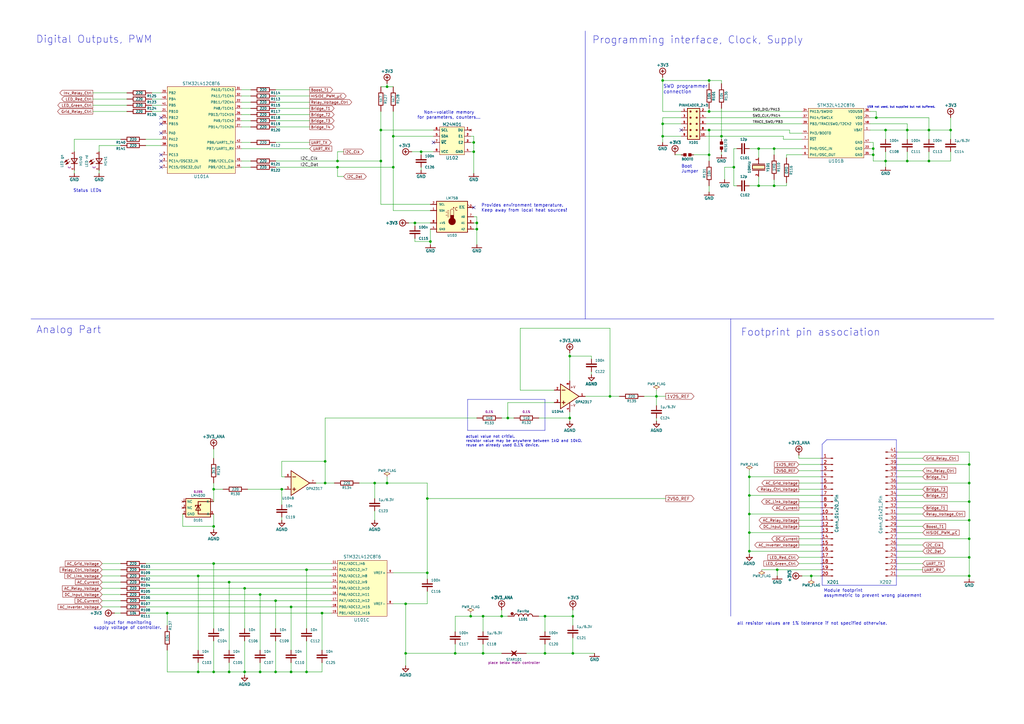
<source format=kicad_sch>
(kicad_sch (version 20231120) (generator "eeschema") (generator_version "8.0")
  (paper "A3")
  (junction (at 271.78 55.88))
  (junction (at 372.11 53.34))
  (junction (at 397.51 205.74))
  (junction (at 397.51 198.12))
  (junction (at 307.34 226.06))
  (junction (at 307.34 203.2))
  (junction (at 311.15 76.2))
  (junction (at 363.22 66.04))
  (junction (at 158.75 35.56))
  (junction (at 113.03 275.59))
  (junction (at 295.91 55.88))
  (junction (at 153.67 198.12))
  (junction (at 233.68 146.05))
  (junction (at 93.98 238.76))
  (junction (at 87.63 215.9))
  (junction (at 87.63 275.59))
  (junction (at 381 53.34))
  (junction (at 317.5 76.2))
  (junction (at 233.68 171.45))
  (junction (at 175.26 204.47))
  (junction (at 113.03 246.38))
  (junction (at 372.11 66.04))
  (junction (at 290.83 63.5))
  (junction (at 359.41 48.26))
  (junction (at 176.53 99.06))
  (junction (at 87.63 231.14))
  (junction (at 133.35 198.12))
  (junction (at 119.38 275.59))
  (junction (at 198.12 252.73))
  (junction (at 234.95 267.97))
  (junction (at 193.04 252.73))
  (junction (at 106.68 275.59))
  (junction (at 223.52 267.97))
  (junction (at 156.21 53.34))
  (junction (at 300.99 68.58))
  (junction (at 397.51 220.98))
  (junction (at 397.51 190.5))
  (junction (at 166.37 247.65))
  (junction (at 358.14 60.96))
  (junction (at 381 66.04))
  (junction (at 132.08 251.46))
  (junction (at 223.52 252.73))
  (junction (at 195.58 91.44))
  (junction (at 332.74 236.22))
  (junction (at 389.89 53.34))
  (junction (at 172.72 62.23))
  (junction (at 81.28 275.59))
  (junction (at 100.33 275.59))
  (junction (at 119.38 248.92))
  (junction (at 311.15 60.96))
  (junction (at 250.19 162.56))
  (junction (at 307.34 210.82))
  (junction (at 100.33 241.3))
  (junction (at 397.51 213.36))
  (junction (at 161.29 55.88))
  (junction (at 125.73 275.59))
  (junction (at 194.31 58.42))
  (junction (at 363.22 53.34))
  (junction (at 156.21 66.04))
  (junction (at 290.83 45.72))
  (junction (at 81.28 236.22))
  (junction (at 290.83 53.34))
  (junction (at 194.31 62.23))
  (junction (at 106.68 243.84))
  (junction (at 115.57 200.66))
  (junction (at 93.98 275.59))
  (junction (at 87.63 200.66))
  (junction (at 68.58 251.46))
  (junction (at 166.37 267.97))
  (junction (at 208.28 171.45))
  (junction (at 307.34 195.58))
  (junction (at 234.95 252.73))
  (junction (at 318.77 233.68))
  (junction (at 397.51 228.6))
  (junction (at 307.34 218.44))
  (junction (at 271.78 50.8))
  (junction (at 175.26 234.95))
  (junction (at 186.69 267.97))
  (junction (at 271.78 33.02))
  (junction (at 125.73 233.68))
  (junction (at 195.58 93.98))
  (junction (at 198.12 267.97))
  (junction (at 397.51 236.22))
  (junction (at 133.35 189.23))
  (junction (at 138.43 66.04))
  (junction (at 269.24 162.56))
  (junction (at 290.83 33.02))
  (junction (at 317.5 60.96))
  (junction (at 138.43 68.58))
  (junction (at 358.14 63.5))
  (junction (at 170.18 91.44))
  (junction (at 205.74 252.73))
  (junction (at 161.29 68.58))
  (junction (at 158.75 198.12))
  (no_connect (at 66.04 48.26))
  (no_connect (at 66.04 68.58))
  (no_connect (at 194.31 85.09))
  (no_connect (at 66.04 66.04))
  (no_connect (at 279.4 53.34))
  (no_connect (at 177.8 58.42))
  (no_connect (at 66.04 54.61))
  (no_connect (at 66.04 63.5))
  (no_connect (at 66.04 50.8))
  (wire (pts (xy 100.33 241.3) (xy 100.33 257.81)))
  (wire (pts (xy 356.87 53.34) (xy 363.22 53.34)))
  (wire (pts (xy 153.67 209.55) (xy 153.67 213.36)))
  (wire (pts (xy 87.63 262.89) (xy 87.63 275.59)))
  (wire (pts (xy 40.64 69.85) (xy 40.64 71.12)))
  (polyline (pts (xy 191.77 176.53) (xy 223.52 176.53)))
  (wire (pts (xy 389.89 66.04) (xy 389.89 62.23)))
  (wire (pts (xy 129.54 198.12) (xy 133.35 198.12)))
  (wire (pts (xy 295.91 55.88) (xy 321.31 55.88)))
  (wire (pts (xy 115.57 213.36) (xy 115.57 212.09)))
  (wire (pts (xy 49.53 57.15) (xy 30.48 57.15)))
  (wire (pts (xy 127 39.37) (xy 113.03 39.37)))
  (wire (pts (xy 307.34 210.82) (xy 307.34 218.44)))
  (wire (pts (xy 113.03 275.59) (xy 119.38 275.59)))
  (wire (pts (xy 30.48 69.85) (xy 30.48 71.12)))
  (wire (pts (xy 41.91 238.76) (xy 49.53 238.76)))
  (wire (pts (xy 271.78 33.02) (xy 271.78 45.72)))
  (wire (pts (xy 170.18 91.44) (xy 176.53 91.44)))
  (wire (pts (xy 358.14 58.42) (xy 358.14 60.96)))
  (wire (pts (xy 140.97 62.23) (xy 138.43 62.23)))
  (wire (pts (xy 170.18 97.79) (xy 170.18 99.06)))
  (wire (pts (xy 363.22 66.04) (xy 363.22 68.58)))
  (wire (pts (xy 323.85 54.61) (xy 328.93 54.61)))
  (wire (pts (xy 307.34 226.06) (xy 336.55 226.06)))
  (wire (pts (xy 321.31 57.15) (xy 328.93 57.15)))
  (wire (pts (xy 166.37 247.65) (xy 166.37 267.97)))
  (wire (pts (xy 327.66 186.69) (xy 327.66 187.96)))
  (wire (pts (xy 302.26 60.96) (xy 300.99 60.96)))
  (wire (pts (xy 271.78 48.26) (xy 271.78 50.8)))
  (wire (pts (xy 368.3 205.74) (xy 397.51 205.74)))
  (wire (pts (xy 312.42 233.68) (xy 318.77 233.68)))
  (wire (pts (xy 220.98 252.73) (xy 223.52 252.73)))
  (wire (pts (xy 175.26 204.47) (xy 273.05 204.47)))
  (wire (pts (xy 368.3 228.6) (xy 397.51 228.6)))
  (wire (pts (xy 127 36.83) (xy 113.03 36.83)))
  (wire (pts (xy 372.11 53.34) (xy 372.11 57.15)))
  (wire (pts (xy 327.66 223.52) (xy 336.55 223.52)))
  (wire (pts (xy 153.67 198.12) (xy 158.75 198.12)))
  (wire (pts (xy 172.72 62.23) (xy 177.8 62.23)))
  (wire (pts (xy 99.06 49.53) (xy 102.87 49.53)))
  (wire (pts (xy 59.69 246.38) (xy 113.03 246.38)))
  (wire (pts (xy 62.23 40.64) (xy 66.04 40.64)))
  (wire (pts (xy 234.95 267.97) (xy 234.95 261.62)))
  (wire (pts (xy 327.66 193.04) (xy 336.55 193.04)))
  (wire (pts (xy 41.91 248.92) (xy 49.53 248.92)))
  (wire (pts (xy 172.72 68.58) (xy 172.72 69.85)))
  (wire (pts (xy 168.91 62.23) (xy 172.72 62.23)))
  (wire (pts (xy 307.34 218.44) (xy 307.34 226.06)))
  (wire (pts (xy 233.68 168.91) (xy 233.68 171.45)))
  (wire (pts (xy 198.12 252.73) (xy 205.74 252.73)))
  (wire (pts (xy 322.58 76.2) (xy 322.58 74.93)))
  (wire (pts (xy 271.78 55.88) (xy 271.78 58.42)))
  (wire (pts (xy 125.73 233.68) (xy 135.89 233.68)))
  (wire (pts (xy 59.69 243.84) (xy 106.68 243.84)))
  (wire (pts (xy 41.91 243.84) (xy 49.53 243.84)))
  (wire (pts (xy 59.69 59.69) (xy 66.04 59.69)))
  (wire (pts (xy 87.63 210.82) (xy 87.63 215.9)))
  (wire (pts (xy 368.3 203.2) (xy 378.46 203.2)))
  (wire (pts (xy 311.15 60.96) (xy 311.15 64.77)))
  (wire (pts (xy 176.53 99.06) (xy 176.53 100.33)))
  (wire (pts (xy 49.53 59.69) (xy 40.64 59.69)))
  (wire (pts (xy 138.43 68.58) (xy 161.29 68.58)))
  (wire (pts (xy 99.06 68.58) (xy 102.87 68.58)))
  (wire (pts (xy 327.66 187.96) (xy 336.55 187.96)))
  (wire (pts (xy 52.07 38.1) (xy 38.1 38.1)))
  (wire (pts (xy 397.51 220.98) (xy 397.51 228.6)))
  (wire (pts (xy 101.6 200.66) (xy 115.57 200.66)))
  (wire (pts (xy 195.58 91.44) (xy 195.58 88.9)))
  (wire (pts (xy 368.3 213.36) (xy 397.51 213.36)))
  (wire (pts (xy 397.51 236.22) (xy 397.51 237.49)))
  (wire (pts (xy 208.28 171.45) (xy 210.82 171.45)))
  (polyline (pts (xy 223.52 176.53) (xy 223.52 163.83)))
  (wire (pts (xy 290.83 33.02) (xy 290.83 34.29)))
  (wire (pts (xy 106.68 271.78) (xy 106.68 275.59)))
  (wire (pts (xy 161.29 86.36) (xy 176.53 86.36)))
  (polyline (pts (xy 367.665 240.03) (xy 337.185 240.03)))
  (wire (pts (xy 332.74 236.22) (xy 336.55 236.22)))
  (wire (pts (xy 93.98 271.78) (xy 93.98 275.59)))
  (wire (pts (xy 193.04 251.46) (xy 193.04 252.73)))
  (wire (pts (xy 289.56 55.88) (xy 295.91 55.88)))
  (wire (pts (xy 321.31 57.15) (xy 321.31 55.88)))
  (wire (pts (xy 186.69 267.97) (xy 186.69 264.16)))
  (wire (pts (xy 93.98 275.59) (xy 100.33 275.59)))
  (wire (pts (xy 59.69 236.22) (xy 81.28 236.22)))
  (wire (pts (xy 87.63 215.9) (xy 87.63 217.17)))
  (wire (pts (xy 195.58 93.98) (xy 195.58 91.44)))
  (wire (pts (xy 100.33 262.89) (xy 100.33 275.59)))
  (wire (pts (xy 368.3 226.06) (xy 378.46 226.06)))
  (wire (pts (xy 368.3 223.52) (xy 378.46 223.52)))
  (wire (pts (xy 193.04 252.73) (xy 198.12 252.73)))
  (wire (pts (xy 269.24 166.37) (xy 269.24 162.56)))
  (wire (pts (xy 368.3 218.44) (xy 378.46 218.44)))
  (polyline (pts (xy 299.72 130.81) (xy 407.67 130.81)))
  (wire (pts (xy 317.5 60.96) (xy 328.93 60.96)))
  (wire (pts (xy 389.89 48.26) (xy 389.89 53.34)))
  (wire (pts (xy 264.16 162.56) (xy 269.24 162.56)))
  (wire (pts (xy 99.06 46.99) (xy 102.87 46.99)))
  (wire (pts (xy 307.34 203.2) (xy 307.34 210.82)))
  (wire (pts (xy 368.3 195.58) (xy 378.46 195.58)))
  (wire (pts (xy 115.57 207.01) (xy 115.57 200.66)))
  (wire (pts (xy 381 53.34) (xy 381 57.15)))
  (wire (pts (xy 290.83 76.2) (xy 290.83 78.74)))
  (wire (pts (xy 161.29 234.95) (xy 175.26 234.95)))
  (wire (pts (xy 186.69 252.73) (xy 186.69 259.08)))
  (wire (pts (xy 271.78 33.02) (xy 271.78 31.75)))
  (wire (pts (xy 100.33 275.59) (xy 100.33 276.86)))
  (wire (pts (xy 66.04 38.1) (xy 62.23 38.1)))
  (wire (pts (xy 307.34 226.06) (xy 307.34 227.33)))
  (wire (pts (xy 397.51 228.6) (xy 397.51 236.22)))
  (wire (pts (xy 318.77 236.22) (xy 318.77 233.68)))
  (wire (pts (xy 100.33 241.3) (xy 135.89 241.3)))
  (wire (pts (xy 234.95 250.19) (xy 234.95 252.73)))
  (polyline (pts (xy 191.77 163.83) (xy 191.77 176.53)))
  (wire (pts (xy 138.43 66.04) (xy 156.21 66.04)))
  (wire (pts (xy 93.98 238.76) (xy 93.98 266.7)))
  (polyline (pts (xy 339.09 180.34) (xy 367.665 180.34)))
  (wire (pts (xy 49.53 233.68) (xy 41.91 233.68)))
  (wire (pts (xy 359.41 48.26) (xy 356.87 48.26)))
  (wire (pts (xy 307.34 195.58) (xy 307.34 203.2)))
  (wire (pts (xy 125.73 233.68) (xy 125.73 257.81)))
  (wire (pts (xy 194.31 93.98) (xy 195.58 93.98)))
  (wire (pts (xy 176.53 93.98) (xy 176.53 99.06)))
  (wire (pts (xy 223.52 267.97) (xy 234.95 267.97)))
  (wire (pts (xy 119.38 248.92) (xy 135.89 248.92)))
  (wire (pts (xy 68.58 266.7) (xy 68.58 275.59)))
  (polyline (pts (xy 240.03 12.7) (xy 240.03 130.81)))
  (wire (pts (xy 208.28 165.1) (xy 208.28 171.45)))
  (wire (pts (xy 368.3 193.04) (xy 378.46 193.04)))
  (wire (pts (xy 279.4 50.8) (xy 271.78 50.8)))
  (wire (pts (xy 381 48.26) (xy 381 53.34)))
  (wire (pts (xy 368.3 200.66) (xy 378.46 200.66)))
  (wire (pts (xy 113.03 68.58) (xy 138.43 68.58)))
  (wire (pts (xy 87.63 200.66) (xy 87.63 205.74)))
  (wire (pts (xy 205.74 171.45) (xy 208.28 171.45)))
  (wire (pts (xy 116.84 195.58) (xy 115.57 195.58)))
  (wire (pts (xy 170.18 92.71) (xy 170.18 91.44)))
  (wire (pts (xy 284.48 63.5) (xy 290.83 63.5)))
  (wire (pts (xy 100.33 275.59) (xy 106.68 275.59)))
  (wire (pts (xy 147.32 198.12) (xy 153.67 198.12)))
  (wire (pts (xy 290.83 45.72) (xy 328.93 45.72)))
  (wire (pts (xy 368.3 208.28) (xy 378.46 208.28)))
  (wire (pts (xy 125.73 275.59) (xy 132.08 275.59)))
  (wire (pts (xy 368.3 198.12) (xy 397.51 198.12)))
  (polyline (pts (xy 367.665 180.34) (xy 367.665 240.03)))
  (wire (pts (xy 368.3 231.14) (xy 378.46 231.14)))
  (wire (pts (xy 156.21 53.34) (xy 177.8 53.34)))
  (wire (pts (xy 87.63 198.12) (xy 87.63 200.66)))
  (wire (pts (xy 208.28 165.1) (xy 227.33 165.1)))
  (wire (pts (xy 397.51 205.74) (xy 397.51 213.36)))
  (wire (pts (xy 113.03 246.38) (xy 135.89 246.38)))
  (wire (pts (xy 242.57 152.4) (xy 242.57 153.67)))
  (wire (pts (xy 368.3 233.68) (xy 378.46 233.68)))
  (wire (pts (xy 156.21 45.72) (xy 156.21 53.34)))
  (wire (pts (xy 81.28 275.59) (xy 81.28 271.78)))
  (wire (pts (xy 186.69 252.73) (xy 193.04 252.73)))
  (wire (pts (xy 68.58 251.46) (xy 132.08 251.46)))
  (wire (pts (xy 138.43 72.39) (xy 138.43 68.58)))
  (wire (pts (xy 132.08 275.59) (xy 132.08 271.78)))
  (wire (pts (xy 311.15 76.2) (xy 317.5 76.2)))
  (wire (pts (xy 87.63 231.14) (xy 87.63 257.81)))
  (wire (pts (xy 289.56 45.72) (xy 290.83 45.72)))
  (wire (pts (xy 300.99 68.58) (xy 300.99 76.2)))
  (wire (pts (xy 327.66 215.9) (xy 336.55 215.9)))
  (wire (pts (xy 113.03 44.45) (xy 127 44.45)))
  (wire (pts (xy 198.12 259.08) (xy 198.12 252.73)))
  (wire (pts (xy 295.91 62.23) (xy 295.91 63.5)))
  (wire (pts (xy 290.83 53.34) (xy 290.83 63.5)))
  (wire (pts (xy 205.74 250.19) (xy 205.74 252.73)))
  (wire (pts (xy 102.87 41.91) (xy 99.06 41.91)))
  (wire (pts (xy 279.4 48.26) (xy 271.78 48.26)))
  (wire (pts (xy 40.64 59.69) (xy 40.64 62.23)))
  (wire (pts (xy 372.11 53.34) (xy 363.22 53.34)))
  (wire (pts (xy 356.87 58.42) (xy 358.14 58.42)))
  (wire (pts (xy 234.95 252.73) (xy 234.95 256.54)))
  (wire (pts (xy 213.36 134.62) (xy 250.19 134.62)))
  (wire (pts (xy 233.68 144.78) (xy 233.68 146.05)))
  (wire (pts (xy 133.35 171.45) (xy 195.58 171.45)))
  (wire (pts (xy 81.28 236.22) (xy 81.28 266.7)))
  (wire (pts (xy 158.75 198.12) (xy 175.26 198.12)))
  (wire (pts (xy 279.4 55.88) (xy 271.78 55.88)))
  (wire (pts (xy 327.66 205.74) (xy 336.55 205.74)))
  (wire (pts (xy 363.22 62.23) (xy 363.22 66.04)))
  (polyline (pts (xy 12.7 130.81) (xy 299.72 130.81)))
  (wire (pts (xy 233.68 171.45) (xy 233.68 172.72)))
  (wire (pts (xy 368.3 185.42) (xy 397.51 185.42)))
  (wire (pts (xy 327.66 208.28) (xy 336.55 208.28)))
  (wire (pts (xy 113.03 46.99) (xy 127 46.99)))
  (wire (pts (xy 102.87 36.83) (xy 99.06 36.83)))
  (wire (pts (xy 175.26 247.65) (xy 175.26 242.57)))
  (wire (pts (xy 307.34 195.58) (xy 336.55 195.58)))
  (wire (pts (xy 194.31 91.44) (xy 195.58 91.44)))
  (wire (pts (xy 132.08 251.46) (xy 135.89 251.46)))
  (wire (pts (xy 115.57 189.23) (xy 133.35 189.23)))
  (wire (pts (xy 307.34 210.82) (xy 336.55 210.82)))
  (wire (pts (xy 358.14 66.04) (xy 363.22 66.04)))
  (wire (pts (xy 172.72 62.23) (xy 172.72 63.5)))
  (wire (pts (xy 368.3 187.96) (xy 378.46 187.96)))
  (wire (pts (xy 327.66 198.12) (xy 336.55 198.12)))
  (wire (pts (xy 161.29 55.88) (xy 177.8 55.88)))
  (wire (pts (xy 242.57 146.05) (xy 233.68 146.05)))
  (wire (pts (xy 322.58 63.5) (xy 322.58 64.77)))
  (wire (pts (xy 115.57 195.58) (xy 115.57 189.23)))
  (wire (pts (xy 381 53.34) (xy 389.89 53.34)))
  (wire (pts (xy 166.37 267.97) (xy 166.37 273.05)))
  (wire (pts (xy 327.66 231.14) (xy 336.55 231.14)))
  (wire (pts (xy 323.85 53.34) (xy 323.85 54.61)))
  (wire (pts (xy 166.37 247.65) (xy 175.26 247.65)))
  (wire (pts (xy 269.24 162.56) (xy 273.05 162.56)))
  (wire (pts (xy 372.11 66.04) (xy 381 66.04)))
  (wire (pts (xy 269.24 172.72) (xy 269.24 171.45)))
  (wire (pts (xy 311.15 72.39) (xy 311.15 76.2)))
  (wire (pts (xy 397.51 190.5) (xy 397.51 198.12)))
  (wire (pts (xy 113.03 66.04) (xy 138.43 66.04)))
  (wire (pts (xy 397.51 198.12) (xy 397.51 205.74)))
  (wire (pts (xy 167.64 91.44) (xy 170.18 91.44)))
  (wire (pts (xy 332.74 236.22) (xy 332.74 237.49)))
  (wire (pts (xy 175.26 204.47) (xy 175.26 234.95)))
  (wire (pts (xy 234.95 267.97) (xy 243.84 267.97)))
  (wire (pts (xy 242.57 147.32) (xy 242.57 146.05)))
  (wire (pts (xy 87.63 215.9) (xy 74.93 215.9)))
  (wire (pts (xy 269.24 160.02) (xy 269.24 162.56)))
  (wire (pts (xy 317.5 73.66) (xy 317.5 76.2)))
  (wire (pts (xy 358.14 60.96) (xy 358.14 63.5)))
  (wire (pts (xy 328.93 63.5) (xy 322.58 63.5)))
  (wire (pts (xy 307.34 60.96) (xy 311.15 60.96)))
  (wire (pts (xy 372.11 50.8) (xy 372.11 53.34)))
  (wire (pts (xy 66.04 45.72) (xy 62.23 45.72)))
  (wire (pts (xy 356.87 45.72) (xy 359.41 45.72)))
  (wire (pts (xy 106.68 243.84) (xy 135.89 243.84)))
  (wire (pts (xy 87.63 200.66) (xy 91.44 200.66)))
  (wire (pts (xy 290.83 63.5) (xy 290.83 66.04)))
  (wire (pts (xy 223.52 252.73) (xy 223.52 259.08)))
  (wire (pts (xy 158.75 35.56) (xy 158.75 34.29)))
  (wire (pts (xy 233.68 146.05) (xy 233.68 156.21)))
  (wire (pts (xy 175.26 234.95) (xy 175.26 237.49)))
  (wire (pts (xy 93.98 238.76) (xy 135.89 238.76)))
  (wire (pts (xy 276.86 63.5) (xy 279.4 63.5)))
  (wire (pts (xy 102.87 58.42) (xy 99.06 58.42)))
  (wire (pts (xy 397.51 185.42) (xy 397.51 190.5)))
  (wire (pts (xy 307.34 218.44) (xy 336.55 218.44)))
  (wire (pts (xy 87.63 275.59) (xy 93.98 275.59)))
  (wire (pts (xy 194.31 62.23) (xy 193.04 62.23)))
  (wire (pts (xy 140.97 72.39) (xy 138.43 72.39)))
  (wire (pts (xy 381 66.04) (xy 381 62.23)))
  (wire (pts (xy 156.21 53.34) (xy 156.21 66.04)))
  (wire (pts (xy 368.3 210.82) (xy 378.46 210.82)))
  (wire (pts (xy 381 48.26) (xy 359.41 48.26)))
  (wire (pts (xy 356.87 63.5) (xy 358.14 63.5)))
  (wire (pts (xy 68.58 275.59) (xy 81.28 275.59)))
  (wire (pts (xy 52.07 43.18) (xy 38.1 43.18)))
  (wire (pts (xy 113.03 262.89) (xy 113.03 275.59)))
  (wire (pts (xy 290.83 53.34) (xy 323.85 53.34)))
  (wire (pts (xy 106.68 243.84) (xy 106.68 266.7)))
  (polyline (pts (xy 223.52 163.83) (xy 191.77 163.83)))
  (wire (pts (xy 250.19 162.56) (xy 254 162.56)))
  (wire (pts (xy 59.69 231.14) (xy 87.63 231.14)))
  (wire (pts (xy 205.74 252.73) (xy 208.28 252.73)))
  (wire (pts (xy 328.93 236.22) (xy 332.74 236.22)))
  (wire (pts (xy 138.43 62.23) (xy 138.43 66.04)))
  (wire (pts (xy 359.41 45.72) (xy 359.41 48.26)))
  (wire (pts (xy 87.63 231.14) (xy 135.89 231.14)))
  (wire (pts (xy 368.3 220.98) (xy 397.51 220.98)))
  (wire (pts (xy 193.04 55.88) (xy 194.31 55.88)))
  (wire (pts (xy 289.56 50.8) (xy 328.93 50.8)))
  (wire (pts (xy 368.3 215.9) (xy 378.46 215.9)))
  (wire (pts (xy 372.11 66.04) (xy 372.11 62.23)))
  (wire (pts (xy 215.9 267.97) (xy 223.52 267.97)))
  (wire (pts (xy 250.19 134.62) (xy 250.19 162.56)))
  (wire (pts (xy 41.91 231.14) (xy 49.53 231.14)))
  (wire (pts (xy 271.78 50.8) (xy 271.78 55.88)))
  (wire (pts (xy 368.3 236.22) (xy 397.51 236.22)))
  (wire (pts (xy 59.69 248.92) (xy 119.38 248.92)))
  (wire (pts (xy 295.91 44.45) (xy 295.91 55.88)))
  (polyline (pts (xy 337.185 182.245) (xy 339.09 180.34)))
  (wire (pts (xy 119.38 248.92) (xy 119.38 266.7)))
  (wire (pts (xy 389.89 53.34) (xy 389.89 57.15)))
  (wire (pts (xy 59.69 57.15) (xy 66.04 57.15)))
  (wire (pts (xy 87.63 184.15) (xy 87.63 187.96)))
  (wire (pts (xy 113.03 49.53) (xy 127 49.53)))
  (wire (pts (xy 363.22 53.34) (xy 363.22 57.15)))
  (wire (pts (xy 327.66 200.66) (xy 336.55 200.66)))
  (wire (pts (xy 166.37 267.97) (xy 186.69 267.97)))
  (wire (pts (xy 193.04 58.42) (xy 194.31 58.42)))
  (wire (pts (xy 372.11 53.34) (xy 381 53.34)))
  (wire (pts (xy 198.12 267.97) (xy 205.74 267.97)))
  (wire (pts (xy 195.58 100.33) (xy 195.58 93.98)))
  (wire (pts (xy 356.87 50.8) (xy 372.11 50.8)))
  (wire (pts (xy 115.57 200.66) (xy 116.84 200.66)))
  (wire (pts (xy 175.26 198.12) (xy 175.26 204.47)))
  (wire (pts (xy 327.66 220.98) (xy 336.55 220.98)))
  (wire (pts (xy 161.29 55.88) (xy 161.29 68.58)))
  (wire (pts (xy 99.06 52.07) (xy 102.87 52.07)))
  (wire (pts (xy 99.06 44.45) (xy 102.87 44.45)))
  (wire (pts (xy 358.14 63.5) (xy 358.14 66.04)))
  (wire (pts (xy 317.5 76.2) (xy 322.58 76.2)))
  (wire (pts (xy 194.31 58.42) (xy 194.31 62.23)))
  (wire (pts (xy 161.29 68.58) (xy 161.29 86.36)))
  (wire (pts (xy 279.4 45.72) (xy 271.78 45.72)))
  (wire (pts (xy 327.66 213.36) (xy 336.55 213.36)))
  (wire (pts (xy 223.52 267.97) (xy 223.52 264.16)))
  (wire (pts (xy 363.22 66.04) (xy 372.11 66.04)))
  (wire (pts (xy 307.34 203.2) (xy 336.55 203.2)))
  (wire (pts (xy 220.98 171.45) (xy 233.68 171.45)))
  (wire (pts (xy 127 41.91) (xy 113.03 41.91)))
  (wire (pts (xy 295.91 55.88) (xy 295.91 57.15)))
  (wire (pts (xy 59.69 251.46) (xy 68.58 251.46)))
  (wire (pts (xy 195.58 88.9) (xy 194.31 88.9)))
  (wire (pts (xy 156.21 83.82) (xy 176.53 83.82)))
  (wire (pts (xy 133.35 198.12) (xy 137.16 198.12)))
  (wire (pts (xy 158.75 198.12) (xy 158.75 195.58)))
  (polyline (pts (xy 337.185 182.245) (xy 337.185 240.03)))
  (wire (pts (xy 113.03 52.07) (xy 127 52.07)))
  (wire (pts (xy 68.58 251.46) (xy 68.58 256.54)))
  (wire (pts (xy 271.78 33.02) (xy 290.83 33.02)))
  (wire (pts (xy 119.38 275.59) (xy 119.38 271.78)))
  (wire (pts (xy 300.99 76.2) (xy 302.26 76.2)))
  (wire (pts (xy 59.69 233.68) (xy 125.73 233.68)))
  (wire (pts (xy 186.69 267.97) (xy 198.12 267.97)))
  (wire (pts (xy 161.29 45.72) (xy 161.29 55.88)))
  (wire (pts (xy 127 58.42) (xy 113.03 58.42)))
  (wire (pts (xy 119.38 275.59) (xy 125.73 275.59)))
  (wire (pts (xy 295.91 33.02) (xy 290.83 33.02)))
  (wire (pts (xy 356.87 60.96) (xy 358.14 60.96)))
  (wire (pts (xy 74.93 215.9) (xy 74.93 210.82)))
  (wire (pts (xy 227.33 160.02) (xy 213.36 160.02)))
  (wire (pts (xy 81.28 236.22) (xy 135.89 236.22)))
  (wire (pts (xy 289.56 53.34) (xy 290.83 53.34)))
  (wire (pts (xy 290.83 44.45) (xy 290.83 45.72)))
  (wire (pts (xy 52.07 45.72) (xy 38.1 45.72)))
  (wire (pts (xy 59.69 241.3) (xy 100.33 241.3)))
  (wire (pts (xy 153.67 198.12) (xy 153.67 204.47)))
  (wire (pts (xy 198.12 267.97) (xy 198.12 264.16)))
  (wire (pts (xy 41.91 241.3) (xy 49.53 241.3)))
  (wire (pts (xy 158.75 35.56) (xy 156.21 35.56)))
  (wire (pts (xy 30.48 57.15) (xy 30.48 62.23)))
  (wire (pts (xy 170.18 99.06) (xy 176.53 99.06)))
  (wire (pts (xy 289.56 48.26) (xy 328.93 48.26)))
  (wire (pts (xy 113.03 246.38) (xy 113.03 257.81)))
  (wire (pts (xy 297.18 73.66) (xy 297.18 68.58)))
  (wire (pts (xy 161.29 247.65) (xy 166.37 247.65)))
  (wire (pts (xy 133.35 171.45) (xy 133.35 189.23)))
  (wire (pts (xy 81.28 275.59) (xy 87.63 275.59)))
  (wire (pts (xy 156.21 83.82) (xy 156.21 66.04)))
  (wire (pts (xy 368.3 190.5) (xy 397.51 190.5)))
  (wire (pts (xy 300.99 60.96) (xy 300.99 68.58)))
  (wire (pts (xy 318.77 233.68) (xy 336.55 233.68)))
  (wire (pts (xy 66.04 43.18) (xy 62.23 43.18)))
  (wire (pts (xy 125.73 275.59) (xy 125.73 262.89)))
  (wire (pts (xy 132.08 266.7) (xy 132.08 251.46)))
  (wire (pts (xy 102.87 66.04) (xy 99.06 66.04)))
  (wire (pts (xy 297.18 68.58) (xy 300.99 68.58)))
  (wire (pts (xy 41.91 246.38) (xy 49.53 246.38)))
  (wire (pts (xy 161.29 35.56) (xy 158.75 35.56)))
  (wire (pts (xy 46.99 251.46) (xy 49.53 251.46)))
  (wire (pts (xy 106.68 275.59) (xy 113.03 275.59)))
  (wire (pts (xy 381 66.04) (xy 389.89 66.04)))
  (wire (pts (xy 99.06 39.37) (xy 102.87 39.37)))
  (wire (pts (xy 311.15 60.96) (xy 317.5 60.96)))
  (wire (pts (xy 317.5 60.96) (xy 317.5 63.5)))
  (wire (pts (xy 127 60.96) (xy 99.06 60.96)))
  (polyline (pts (xy 299.72 252.73) (xy 299.72 130.81)))
  (wire (pts (xy 327.66 190.5) (xy 336.55 190.5)))
  (wire (pts (xy 59.69 238.76) (xy 93.98 238.76)))
  (wire (pts (xy 223.52 252.73) (xy 234.95 252.73)))
  (wire (pts (xy 327.66 228.6) (xy 336.55 228.6)))
  (wire (pts (xy 194.31 55.88) (xy 194.31 58.42)))
  (wire (pts (xy 133.35 189.23) (xy 133.35 198.12)))
  (polyline (pts (xy 339.09 180.34) (xy 339.09 180.34)))
  (wire (pts (xy 52.07 40.64) (xy 38.1 40.64)))
  (wire (pts (xy 213.36 160.02) (xy 213.36 134.62)))
  (wire (pts (xy 295.91 34.29) (xy 295.91 33.02)))
  (wire (pts (xy 307.34 193.04) (xy 307.34 195.58)))
  (wire (pts (xy 41.91 236.22) (xy 49.53 236.22)))
  (wire (pts (xy 194.31 71.12) (xy 194.31 62.23)))
  (wire (pts (xy 240.03 162.56) (xy 250.19 162.56)))
  (wire (pts (xy 307.34 76.2) (xy 311.15 76.2)))
  (wire (pts (xy 397.51 213.36) (xy 397.51 220.98)))
  (text "SWD programmer\nconnection" (at 272.034 38.608 0) (effects (font (size 1.4 1.4)) (justify left bottom)))
  (text "Provides environment temperature.\nKeep away from local heat sources!" (at 197.358 87.122 0) (effects (font (size 1.27 1.27)) (justify left bottom)))
  (text "Analog Part" (at 28.194 135.382 0) (effects (font (size 3 3))))
  (text "Footprint pin association" (at 303.784 136.398 0) (effects (font (size 3 3)) (justify left)))
  (text "Input for monitoring\nsupply voltage of controller." (at 52.324 256.54 0) (effects (font (size 1.27 1.27))))
  (text "Programming interface, Clock, Supply" (at 242.824 16.51 0) (effects (font (size 3 3)) (justify left)))
  (text "USB not used, but supplied but not buffered." (at 355.6 44.45 0) (effects (font (size 0.8 0.8)) (justify left bottom)))
  (text "Module footprint\nassymmetric to prevent wrong placement\n" (at 337.82 245.11 0) (effects (font (size 1.27 1.27)) (justify left bottom)))
  (text "Digital Outputs, PWM\n" (at 14.732 16.256 0) (effects (font (size 3 3)) (justify left)))
  (text "Status LEDs" (at 41.656 78.994 0) (effects (font (size 1.27 1.27)) (justify right bottom)))
  (text "Boot\nJumper" (at 279.4 71.12 0) (effects (font (size 1.27 1.27)) (justify left bottom)))
  (text "all resistor values are 1% tolerance if not specified otherwise." (at 302.26 256.54 0) (effects (font (size 1.27 1.27)) (justify left bottom)))
  (text "Non-volatile memory\nfor parameters, counters…" (at 184.15 47.244 0) (effects (font (size 1.27 1.27))))
  (text "actual value not critial.\nresistor value may be anywhere between 1kΩ and 10kΩ.\nreuse an already used 0.1 % device." (at 191.008 183.388 0) (effects (font (size 1.1 1.1)) (justify left bottom)))
  (label "SWD_DIO{slash}PA13" (at 308.61 45.72 0) (effects (font (size 0.9906 0.9906))))
  (label "I2C_Dat" (at 123.19 68.58 0))
  (label "TRACE_SWO{slash}PB3" (at 308.61 50.8 0) (effects (font (size 0.9906 0.9906))))
  (label "I2C_Clk" (at 123.19 66.04 0))
  (label "SWD_CLK{slash}PA14" (at 308.61 48.26 0) (effects (font (size 0.9906 0.9906))))
  (global_label "UART_TX" (shape output) (at 127 58.42 0) (effects (font (size 1.1 1.1))) (property "Intersheetrefs" "${INTERSHEET_REFS}" (effects (hide yes))))
  (global_label "DC_Input_Voltage" (shape output) (at 327.66 215.9 180) (effects (font (size 1.1 1.1))) (property "Intersheetrefs" "${INTERSHEET_REFS}" (effects (hide yes))))
  (global_label "Grid_Relay_Ctrl" (shape output) (at 38.1 45.72 180) (effects (font (size 1.1 1.1))) (property "Intersheetrefs" "${INTERSHEET_REFS}" (effects (hide yes))))
  (global_label "AC_Grid_Voltage" (shape output) (at 327.66 198.12 180) (effects (font (size 1.1 1.1))) (property "Intersheetrefs" "${INTERSHEET_REFS}" (effects (hide yes))))
  (global_label "Bridge_T1" (shape output) (at 127 44.45 0) (effects (font (size 1.1 1.1))) (property "Intersheetrefs" "${INTERSHEET_REFS}" (effects (hide yes))))
  (global_label "Bridge_T4" (shape output) (at 127 52.07 0) (effects (font (size 1.1 1.1))) (property "Intersheetrefs" "${INTERSHEET_REFS}" (effects (hide yes))))
  (global_label "Relay_Voltage_Ctrl" (shape input) (at 378.46 210.82 0) (effects (font (size 1.1 1.1))) (property "Intersheetrefs" "${INTERSHEET_REFS}" (effects (hide yes))))
  (global_label "I2C_Dat" (shape bidirectional) (at 378.46 226.06 0) (effects (font (size 1.1 1.1))) (property "Intersheetrefs" "${INTERSHEET_REFS}" (effects (hide yes))))
  (global_label "LED_Red_Ctrl" (shape input) (at 327.66 228.6 180) (effects (font (size 1.1 1.1))) (property "Intersheetrefs" "${INTERSHEET_REFS}" (effects (hide yes))))
  (global_label "UART_RX" (shape output) (at 378.46 233.68 0) (effects (font (size 1.1 1.1))) (property "Intersheetrefs" "${INTERSHEET_REFS}" (effects (hide yes))))
  (global_label "Bridge_T2" (shape input) (at 378.46 203.2 0) (effects (font (size 1.1 1.1))) (property "Intersheetrefs" "${INTERSHEET_REFS}" (effects (hide yes))))
  (global_label "DC_Current" (shape input) (at 41.91 246.38 180) (effects (font (size 1.1 1.1))) (property "Intersheetrefs" "${INTERSHEET_REFS}" (effects (hide yes))))
  (global_label "AC_Relay_Voltage" (shape input) (at 41.91 241.3 180) (effects (font (size 1.1 1.1))) (property "Intersheetrefs" "${INTERSHEET_REFS}" (effects (hide yes))))
  (global_label "Inv_Relay_Ctrl" (shape input) (at 378.46 193.04 0) (effects (font (size 1.1 1.1))) (property "Intersheetrefs" "${INTERSHEET_REFS}" (effects (hide yes))))
  (global_label "I2C_Dat" (shape bidirectional) (at 140.97 72.39 0) (effects (font (size 1.1 1.1))) (property "Intersheetrefs" "${INTERSHEET_REFS}" (effects (hide yes))))
  (global_label "DC_Input_Voltage" (shape input) (at 41.91 243.84 180) (effects (font (size 1.1 1.1))) (property "Intersheetrefs" "${INTERSHEET_REFS}" (effects (hide yes))))
  (global_label "Bridge_T3" (shape output) (at 127 49.53 0) (effects (font (size 1.1 1.1))) (property "Intersheetrefs" "${INTERSHEET_REFS}" (effects (hide yes))))
  (global_label "2V50_REF" (shape input) (at 327.66 193.04 180) (effects (font (size 1.1 1.1))) (property "Intersheetrefs" "${INTERSHEET_REFS}" (effects (hide yes))))
  (global_label "HISIDE_PWM_µC" (shape input) (at 378.46 218.44 0) (effects (font (size 1.1 1.1))) (property "Intersheetrefs" "${INTERSHEET_REFS}" (effects (hide yes))))
  (global_label "Inv_Relay_Ctrl" (shape output) (at 38.1 38.1 180) (effects (font (size 1.1 1.1))) (property "Intersheetrefs" "${INTERSHEET_REFS}" (effects (hide yes))))
  (global_label "Boost_T1" (shape output) (at 127 36.83 0) (effects (font (size 1.1 1.1))) (property "Intersheetrefs" "${INTERSHEET_REFS}" (effects (hide yes))))
  (global_label "UART_TX" (shape input) (at 378.46 231.14 0) (effects (font (size 1.1 1.1))) (property "Intersheetrefs" "${INTERSHEET_REFS}" (effects (hide yes))))
  (global_label "2V50_REF" (shape output) (at 273.05 204.47 0) (property "Intersheetrefs" "${INTERSHEET_REFS}" (effects (hide yes))))
  (global_label "Bridge_T3" (shape input) (at 378.46 200.66 0) (effects (font (size 1.1 1.1))) (property "Intersheetrefs" "${INTERSHEET_REFS}" (effects (hide yes))))
  (global_label "Bridge_T1" (shape input) (at 378.46 208.28 0) (effects (font (size 1.1 1.1))) (property "Intersheetrefs" "${INTERSHEET_REFS}" (effects (hide yes))))
  (global_label "LED_Red_Ctrl" (shape output) (at 38.1 40.64 180) (effects (font (size 1.1 1.1))) (property "Intersheetrefs" "${INTERSHEET_REFS}" (effects (hide yes))))
  (global_label "Boost_T1" (shape input) (at 378.46 215.9 0) (effects (font (size 1.1 1.1))) (property "Intersheetrefs" "${INTERSHEET_REFS}" (effects (hide yes))))
  (global_label "LED_Green_Ctrl" (shape input) (at 327.66 231.14 180) (effects (font (size 1.1 1.1))) (property "Intersheetrefs" "${INTERSHEET_REFS}" (effects (hide yes))))
  (global_label "DC_Current" (shape output) (at 327.66 220.98 180) (effects (font (size 1.1 1.1))) (property "Intersheetrefs" "${INTERSHEET_REFS}" (effects (hide yes))))
  (global_label "Grid_Relay_Ctrl" (shape input) (at 378.46 187.96 0) (effects (font (size 1.1 1.1))) (property "Intersheetrefs" "${INTERSHEET_REFS}" (effects (hide yes))))
  (global_label "UART_RX" (shape input) (at 127 60.96 0) (effects (font (size 1.1 1.1))) (property "Intersheetrefs" "${INTERSHEET_REFS}" (effects (hide yes))))
  (global_label "1V25_REF" (shape output) (at 273.05 162.56 0) (property "Intersheetrefs" "${INTERSHEET_REFS}" (effects (hide yes))))
  (global_label "AC_Relay_Voltage" (shape output) (at 327.66 213.36 180) (effects (font (size 1.1 1.1))) (property "Intersheetrefs" "${INTERSHEET_REFS}" (effects (hide yes))))
  (global_label "DC_Link_Voltage" (shape output) (at 327.66 205.74 180) (effects (font (size 1.1 1.1))) (property "Intersheetrefs" "${INTERSHEET_REFS}" (effects (hide yes))))
  (global_label "Bridge_T4" (shape input) (at 378.46 195.58 0) (effects (font (size 1.1 1.1))) (property "Intersheetrefs" "${INTERSHEET_REFS}" (effects (hide yes))))
  (global_label "AC_Grid_Voltage" (shape input) (at 41.91 231.14 180) (effects (font (size 1.1 1.1))) (property "Intersheetrefs" "${INTERSHEET_REFS}" (effects (hide yes))))
  (global_label "DC_Link_Voltage" (shape input) (at 41.91 236.22 180) (effects (font (size 1.1 1.1))) (property "Intersheetrefs" "${INTERSHEET_REFS}" (effects (hide yes))))
  (global_label "HISIDE_PWM_µC" (shape output) (at 127 39.37 0) (effects (font (size 1.1 1.1))) (property "Intersheetrefs" "${INTERSHEET_REFS}" (effects (hide yes))))
  (global_label "Relay_Ctrl_Voltage" (shape output) (at 327.66 200.66 180) (effects (font (size 1.1 1.1))) (property "Intersheetrefs" "${INTERSHEET_REFS}" (effects (hide yes))))
  (global_label "AC_Inverter_Voltage" (shape output) (at 327.66 223.52 180) (effects (font (size 1.1 1.1))) (property "Intersheetrefs" "${INTERSHEET_REFS}" (effects (hide yes))))
  (global_label "Bridge_T2" (shape output) (at 127 46.99 0) (effects (font (size 1.1 1.1))) (property "Intersheetrefs" "${INTERSHEET_REFS}" (effects (hide yes))))
  (global_label "I2C_Clk" (shape output) (at 140.97 62.23 0) (effects (font (size 1.1 1.1))) (property "Intersheetrefs" "${INTERSHEET_REFS}" (effects (hide yes))))
  (global_label "AC_Current" (shape input) (at 41.91 238.76 180) (effects (font (size 1.1 1.1))) (property "Intersheetrefs" "${INTERSHEET_REFS}" (effects (hide yes))))
  (global_label "AC_Inverter_Voltage" (shape input) (at 41.91 248.92 180) (effects (font (size 1.1 1.1))) (property "Intersheetrefs" "${INTERSHEET_REFS}" (effects (hide yes))))
  (global_label "1V25_REF" (shape input) (at 327.66 190.5 180) (effects (font (size 1.1 1.1))) (property "Intersheetrefs" "${INTERSHEET_REFS}" (effects (hide yes))))
  (global_label "Relay_Voltage_Ctrl" (shape output) (at 127 41.91 0) (effects (font (size 1.1 1.1))) (property "Intersheetrefs" "${INTERSHEET_REFS}" (effects (hide yes))))
  (global_label "LED_Green_Ctrl" (shape output) (at 38.1 43.18 180) (effects (font (size 1.1 1.1))) (property "Intersheetrefs" "${INTERSHEET_REFS}" (effects (hide yes))))
  (global_label "AC_Current" (shape output) (at 327.66 208.28 180) (effects (font (size 1.1 1.1))) (property "Intersheetrefs" "${INTERSHEET_REFS}" (effects (hide yes))))
  (global_label "I2C_Clk" (shape input) (at 378.46 223.52 0) (effects (font (size 1.1 1.1))) (property "Intersheetrefs" "${INTERSHEET_REFS}" (effects (hide yes))))
  (global_label "Relay_Ctrl_Voltage" (shape input) (at 41.91 233.68 180) (effects (font (size 1.1 1.1))) (property "Intersheetrefs" "${INTERSHEET_REFS}" (effects (hide yes))))
  (symbol (lib_id "OSSI_standard_components:+3V3_ANA") (at 87.63 184.15 0) (unit 1)
    (property "Reference" "#+3V3_ANA0101" (effects (hide yes)))
    (property "Value" "+3V3_ANA" (at 87.63 179.07 0) (effects (font (size 1.1938 1.1938) (bold yes))))
  )
  (symbol (lib_id "OSSI_standard_components:Capacitor") (at 170.18 95.25 0) (unit 1)
    (property "Reference" "C115" (at 171.704 97.79 0) (effects (font (size 0.9906 0.9906)) (justify left)))
    (property "Value" "100n" (at 171.704 93.218 0) (effects (font (size 0.9906 0.9906)) (justify left)))
    (property "Footprint" "OSSI_standard_footprints:0603_W_C" (effects (hide yes)))
    (property "Tolerance" "%" (effects (hide yes)))
    (property "Manufacturer" "M" (effects (hide yes)))
    (property "Partnumber" "P" (effects (hide yes)))
    (property "Supplier" "S" (effects (hide yes)))
    (property "Order No." "O.No." (effects (hide yes)))
  )
  (symbol (lib_id "OSSI_standard_components:LED") (at 40.64 66.04 90) (mirror x) (unit 1)
    (property "Reference" "H141" (at 43.307 66.04 0) (effects (font (size 0.9906 0.9906))))
    (property "Value" "LED rd" (at 35.56 66.04 0) (effects (font (size 0.9906 0.9906))))
    (property "Footprint" "OSSI_standard_footprints:0603_W_LED" (effects (hide yes)))
    (property "Color" "C" (at 38.608 68.072 0) (effects (font (size 0.889 0.889)) (justify left)))
    (property "Manufacturer" "M" (effects (hide yes)))
    (property "Partnumber" "P" (effects (hide yes)))
    (property "Supplier" "S" (effects (hide yes)))
    (property "Order No." "O.No." (effects (hide yes)))
  )
  (symbol (lib_id "OSSI_standard_components:AGND") (at 307.34 227.33 0) (unit 1)
    (property "Reference" "#AGND0109" (effects (hide yes)))
    (property "Value" "AGND" (at 307.34 231.14 0) (effects (font (size 1.1938 1.1938) (bold yes))))
  )
  (symbol (lib_id "OSSI_standard_components:Capacitor") (at 113.03 260.35 0) (unit 1)
    (property "Reference" "C109" (at 114.554 262.89 0) (effects (font (size 0.9906 0.9906)) (justify left)))
    (property "Value" "10n" (at 114.554 258.318 0) (effects (font (size 0.9906 0.9906)) (justify left)))
    (property "Footprint" "OSSI_standard_footprints:0603_W_C" (effects (hide yes)))
    (property "Tolerance" "%" (effects (hide yes)))
    (property "Manufacturer" "M" (effects (hide yes)))
    (property "Partnumber" "P" (effects (hide yes)))
    (property "Supplier" "S" (effects (hide yes)))
    (property "Order No." "O.No." (effects (hide yes)))
  )
  (symbol (lib_id "OSSI_standard_components:GND") (at 172.72 69.85 0) (unit 1)
    (property "Reference" "#GND0113" (effects (hide yes)))
    (property "Value" "GND" (at 172.72 72.39 0) (effects (font (size 1.1938 1.1938) (bold yes))))
  )
  (symbol (lib_id "OSSI_standard_components:Resistor") (at 317.5 68.58 90) (mirror x) (unit 1)
    (property "Reference" "R110" (at 319.405 68.58 0) (effects (font (size 0.9906 0.9906))))
    (property "Value" "1M0" (at 317.5 68.58 0) (effects (font (size 0.9906 0.9906))))
    (property "Footprint" "OSSI_standard_footprints:0603_W_R" (effects (hide yes)))
    (property "Tolerance" "%" (effects (hide yes)))
    (property "Manufacturer" "M" (effects (hide yes)))
    (property "Partnumber" "P" (effects (hide yes)))
    (property "Supplier" "S" (effects (hide yes)))
    (property "Order No." "O.No." (effects (hide yes)))
  )
  (symbol (lib_id "OSSI_standard_components:PWR_FLAG") (at 307.34 193.04 0) (unit 1)
    (property "Reference" "#FLG0106" (effects (hide yes)))
    (property "Value" "PWR_FLAG" (at 307.34 190.5 0) (effects (font (size 0.9906 0.9906))))
  )
  (symbol (lib_id "OSSI_standard_components:+3V3") (at 389.89 48.26 0) (unit 1)
    (property "Reference" "#+3V0103" (effects (hide yes)))
    (property "Value" "+3V3" (at 389.89 43.18 0) (effects (font (size 1.1938 1.1938) (bold yes))))
  )
  (symbol (lib_id "OSSI_standard_components:GND") (at 363.22 68.58 0) (unit 1)
    (property "Reference" "#GND0103" (effects (hide yes)))
    (property "Value" "GND" (at 363.22 71.12 0) (effects (font (size 1.1938 1.1938) (bold yes))))
  )
  (symbol (lib_id "OSSI_standard_components:Resistor") (at 54.61 57.15 0) (mirror y) (unit 1)
    (property "Reference" "R140" (at 49.53 58.42 0) (effects (font (size 0.9906 0.9906))))
    (property "Value" "220" (at 54.61 57.15 0) (effects (font (size 0.9906 0.9906))))
    (property "Footprint" "OSSI_standard_footprints:0603_W_R" (effects (hide yes)))
    (property "Tolerance" "%" (effects (hide yes)))
    (property "Manufacturer" "M" (effects (hide yes)))
    (property "Partnumber" "P" (effects (hide yes)))
    (property "Supplier" "S" (effects (hide yes)))
    (property "Order No." "O.No." (effects (hide yes)))
  )
  (symbol (lib_id "OSSI_standard_components:Capacitor") (at 223.52 261.62 0) (unit 1)
    (property "Reference" "C120" (at 225.044 264.16 0) (effects (font (size 0.9906 0.9906)) (justify left)))
    (property "Value" "100n" (at 225.044 259.588 0) (effects (font (size 0.9906 0.9906)) (justify left)))
    (property "Footprint" "OSSI_standard_footprints:0603_W_C" (effects (hide yes)))
    (property "Tolerance" "%" (effects (hide yes)))
    (property "Manufacturer" "M" (effects (hide yes)))
    (property "Partnumber" "P" (effects (hide yes)))
    (property "Supplier" "S" (effects (hide yes)))
    (property "Order No." "O.No." (effects (hide yes)))
  )
  (symbol (lib_id "OSSI_standard_components:Resistor") (at 54.61 246.38 0) (unit 1)
    (property "Reference" "R107" (at 59.69 247.65 0) (effects (font (size 0.9906 0.9906))))
    (property "Value" "220" (at 54.61 246.38 0) (effects (font (size 0.9906 0.9906))))
    (property "Footprint" "OSSI_standard_footprints:0603_W_R" (effects (hide yes)))
    (property "Tolerance" "%" (effects (hide yes)))
    (property "Manufacturer" "M" (effects (hide yes)))
    (property "Partnumber" "P" (effects (hide yes)))
    (property "Supplier" "S" (effects (hide yes)))
    (property "Order No." "O.No." (effects (hide yes)))
  )
  (symbol (lib_id "OSSI_standard_components:GND") (at 30.48 71.12 0) (mirror y) (unit 1)
    (property "Reference" "#GND0108" (effects (hide yes)))
    (property "Value" "GND" (at 30.48 73.66 0) (effects (font (size 1.1938 1.1938) (bold yes))))
  )
  (symbol (lib_id "OSSI_standard_components:Resistor") (at 290.83 71.12 270) (mirror x) (unit 1)
    (property "Reference" "R131" (at 288.925 71.12 0) (effects (font (size 0.9906 0.9906))))
    (property "Value" "10k" (at 290.83 71.12 0) (effects (font (size 0.9906 0.9906))))
    (property "Footprint" "OSSI_standard_footprints:0603_W_R" (effects (hide yes)))
    (property "Tolerance" "%" (effects (hide yes)))
    (property "Manufacturer" "M" (effects (hide yes)))
    (property "Partnumber" "P" (effects (hide yes)))
    (property "Supplier" "S" (effects (hide yes)))
    (property "Order No." "O.No." (effects (hide yes)))
  )
  (symbol (lib_id "OSSI_standard_components:DUAL_OPAMP") (at 121.92 198.12 0) (unit 2)
    (property "Reference" "U104" (at 120.65 204.343 0) (effects (font (size 0.9906 0.9906)) (justify right)))
    (property "Value" "OPA2317" (at 125.476 200.406 0) (effects (font (size 0.9906 0.9906)) (justify left)))
    (property "Footprint" "OSSI_standard_footprints:TSSOP8" (effects (hide yes)))
    (property "Manufacturer" "M" (effects (hide yes)))
    (property "Partnumber" "P" (effects (hide yes)))
    (property "Supplier" "S" (effects (hide yes)))
    (property "Order No." "O.No." (effects (hide yes)))
  )
  (symbol (lib_id "OSSI_standard_components:Resistor") (at 107.95 46.99 0) (unit 1)
    (property "Reference" "R118" (at 113.03 48.26 0) (effects (font (size 0.9906 0.9906))))
    (property "Value" "220" (at 107.95 46.99 0) (effects (font (size 0.9906 0.9906))))
    (property "Footprint" "OSSI_standard_footprints:0603_W_R" (effects (hide yes)))
    (property "Tolerance" "%" (effects (hide yes)))
    (property "Manufacturer" "M" (effects (hide yes)))
    (property "Partnumber" "P" (effects (hide yes)))
    (property "Supplier" "S" (effects (hide yes)))
    (property "Order No." "O.No." (effects (hide yes)))
  )
  (symbol (lib_id "OSSI_standard_components:Resistor") (at 107.95 49.53 0) (unit 1)
    (property "Reference" "R119" (at 113.03 50.8 0) (effects (font (size 0.9906 0.9906))))
    (property "Value" "220" (at 107.95 49.53 0) (effects (font (size 0.9906 0.9906))))
    (property "Footprint" "OSSI_standard_footprints:0603_W_R" (effects (hide yes)))
    (property "Tolerance" "%" (effects (hide yes)))
    (property "Manufacturer" "M" (effects (hide yes)))
    (property "Partnumber" "P" (effects (hide yes)))
    (property "Supplier" "S" (effects (hide yes)))
    (property "Order No." "O.No." (effects (hide yes)))
  )
  (symbol (lib_id "OSSI_standard_components:AGND") (at 87.63 217.17 0) (unit 1)
    (property "Reference" "#AGND0103" (effects (hide yes)))
    (property "Value" "AGND" (at 87.63 220.98 0) (effects (font (size 1.1938 1.1938) (bold yes))))
  )
  (symbol (lib_id "OSSI_standard_components:Capacitor") (at 125.73 260.35 0) (unit 1)
    (property "Reference" "C112" (at 127.254 262.89 0) (effects (font (size 0.9906 0.9906)) (justify left)))
    (property "Value" "10n" (at 127.254 258.318 0) (effects (font (size 0.9906 0.9906)) (justify left)))
    (property "Footprint" "OSSI_standard_footprints:0603_W_C" (effects (hide yes)))
    (property "Tolerance" "%" (effects (hide yes)))
    (property "Manufacturer" "M" (effects (hide yes)))
    (property "Partnumber" "P" (effects (hide yes)))
    (property "Supplier" "S" (effects (hide yes)))
    (property "Order No." "O.No." (effects (hide yes)))
  )
  (symbol (lib_id "STM32-L412_v2:STM32L412C8T6") (at 82.55 53.34 0) (unit 1)
    (property "Reference" "U101" (at 82.55 72.39 0))
    (property "Value" "STM32L412C8T6" (at 82.55 34.29 0))
    (property "Footprint" "Package_QFP:LQFP-48_7x7mm_P0.5mm" (effects (hide yes)))
    (property "Description" "48 pin LQFP" (effects (hide yes)))
  )
  (symbol (lib_id "OSSI_standard_components:Capacitor") (at 363.22 59.69 0) (unit 1)
    (property "Reference" "C108" (at 364.744 62.23 0) (effects (font (size 0.9906 0.9906)) (justify left)))
    (property "Value" "100n" (at 364.744 57.658 0) (effects (font (size 0.9906 0.9906)) (justify left)))
    (property "Footprint" "OSSI_standard_footprints:0603_W_C" (effects (hide yes)))
    (property "Tolerance" "%" (effects (hide yes)))
    (property "Manufacturer" "M" (effects (hide yes)))
    (property "Partnumber" "P" (effects (hide yes)))
    (property "Supplier" "S" (effects (hide yes)))
    (property "Order No." "O.No." (effects (hide yes)))
  )
  (symbol (lib_id "OSSI_standard_components:Capacitor") (at 304.8 76.2 270) (mirror x) (unit 1)
    (property "Reference" "C102" (at 303.53 80.01 90) (effects (font (size 0.9906 0.9906)) (justify left)))
    (property "Value" "12p" (at 303.53 72.39 90) (effects (font (size 0.9906 0.9906)) (justify left)))
    (property "Footprint" "OSSI_standard_footprints:0603_W_C" (effects (hide yes)))
    (property "Tolerance" "%" (effects (hide yes)))
    (property "Manufacturer" "M" (effects (hide yes)))
    (property "Partnumber" "P" (effects (hide yes)))
    (property "Supplier" "S" (effects (hide yes)))
    (property "Order No." "O.No." (effects (hide yes)))
  )
  (symbol (lib_id "OSSI_standard_components:GND") (at 194.31 71.12 0) (unit 1)
    (property "Reference" "#GND0114" (effects (hide yes)))
    (property "Value" "GND" (at 194.31 73.66 0) (effects (font (size 1.1938 1.1938) (bold yes))))
  )
  (symbol (lib_id "OSSI_standard_components:Resistor") (at 107.95 58.42 0) (unit 1)
    (property "Reference" "R112" (at 113.03 59.69 0) (effects (font (size 0.9906 0.9906))))
    (property "Value" "220" (at 107.95 58.42 0) (effects (font (size 0.9906 0.9906))))
    (property "Footprint" "OSSI_standard_footprints:0603_W_R" (effects (hide yes)))
    (property "Tolerance" "%" (effects (hide yes)))
    (property "Manufacturer" "M" (effects (hide yes)))
    (property "Partnumber" "P" (effects (hide yes)))
    (property "Supplier" "S" (effects (hide yes)))
    (property "Order No." "O.No." (effects (hide yes)))
  )
  (symbol (lib_id "OSSI_standard_components:+3V3_ANA") (at 205.74 250.19 0) (unit 1)
    (property "Reference" "#+3V3_ANA0102" (effects (hide yes)))
    (property "Value" "+3V3_ANA" (at 205.74 245.11 0) (effects (font (size 1.1938 1.1938) (bold yes))))
  )
  (symbol (lib_id "OSSI_standard_components:GND") (at 40.64 71.12 0) (mirror y) (unit 1)
    (property "Reference" "#GND0107" (effects (hide yes)))
    (property "Value" "GND" (at 40.64 73.66 0) (effects (font (size 1.1938 1.1938) (bold yes))))
  )
  (symbol (lib_id "OSSI_standard_components:Capacitor") (at 186.69 261.62 0) (unit 1)
    (property "Reference" "C117" (at 188.214 264.16 0) (effects (font (size 0.9906 0.9906)) (justify left)))
    (property "Value" "100n" (at 188.214 259.588 0) (effects (font (size 0.9906 0.9906)) (justify left)))
    (property "Footprint" "OSSI_standard_footprints:0603_W_C" (effects (hide yes)))
    (property "Tolerance" "%" (effects (hide yes)))
    (property "Manufacturer" "M" (effects (hide yes)))
    (property "Partnumber" "P" (effects (hide yes)))
    (property "Supplier" "S" (effects (hide yes)))
    (property "Order No." "O.No." (effects (hide yes)))
  )
  (symbol (lib_id "OSSI_standard_components:Capacitor") (at 119.38 269.24 0) (unit 1)
    (property "Reference" "C110" (at 120.904 271.78 0) (effects (font (size 0.9906 0.9906)) (justify left)))
    (property "Value" "10n" (at 120.904 267.208 0) (effects (font (size 0.9906 0.9906)) (justify left)))
    (property "Footprint" "OSSI_standard_footprints:0603_W_C" (effects (hide yes)))
    (property "Tolerance" "%" (effects (hide yes)))
    (property "Manufacturer" "M" (effects (hide yes)))
    (property "Partnumber" "P" (effects (hide yes)))
    (property "Supplier" "S" (effects (hide yes)))
    (property "Order No." "O.No." (effects (hide yes)))
  )
  (symbol (lib_id "OSSI_standard_components:Capacitor") (at 389.89 59.69 0) (unit 1)
    (property "Reference" "C114" (at 391.414 62.23 0) (effects (font (size 0.9906 0.9906)) (justify left)))
    (property "Value" "1µ/6.3V" (at 391.414 57.658 0) (effects (font (size 0.9906 0.9906)) (justify left)))
    (property "Footprint" "OSSI_standard_footprints:0805_W_C" (effects (hide yes)))
    (property "Tolerance" "%" (effects (hide yes)))
    (property "Manufacturer" "M" (effects (hide yes)))
    (property "Partnumber" "P" (effects (hide yes)))
    (property "Supplier" "S" (effects (hide yes)))
    (property "Order No." "O.No." (effects (hide yes)))
  )
  (symbol (lib_id "connectors:PINHEADER_2×5") (at 284.48 50.8 0) (unit 1)
    (property "Reference" "X101" (at 284.48 58.42 0) (effects (font (size 0.9906 0.9906))))
    (property "Value" "PINHEADER_2×5" (at 284.48 43.18 0) (effects (font (size 0.9906 0.9906))))
    (property "Footprint" "Connector_PinHeader_2.54mm:PinHeader_2x05_P2.54mm_Vertical" (effects (hide yes)))
    (property "Manufacturer" "M" (effects (hide yes)))
    (property "Partnumber" "P" (effects (hide yes)))
    (property "Supplier" "S" (effects (hide yes)))
    (property "Order No." "O.No." (effects (hide yes)))
  )
  (symbol (lib_id "OSSI_standard_components:Resistor") (at 54.61 236.22 0) (unit 1)
    (property "Reference" "R102" (at 59.69 237.49 0) (effects (font (size 0.9906 0.9906))))
    (property "Value" "220" (at 54.61 236.22 0) (effects (font (size 0.9906 0.9906))))
    (property "Footprint" "OSSI_standard_footprints:0603_W_R" (effects (hide yes)))
    (property "Tolerance" "%" (effects (hide yes)))
    (property "Manufacturer" "M" (effects (hide yes)))
    (property "Partnumber" "P" (effects (hide yes)))
    (property "Supplier" "S" (effects (hide yes)))
    (property "Order No." "O.No." (effects (hide yes)))
  )
  (symbol (lib_id "OSSI_standard_components:AGND") (at 166.37 273.05 0) (unit 1)
    (property "Reference" "#AGND0102" (effects (hide yes)))
    (property "Value" "AGND" (at 166.37 276.86 0) (effects (font (size 1.1938 1.1938) (bold yes))))
  )
  (symbol (lib_id "OSSI_standard_components:Capacitor") (at 132.08 269.24 0) (unit 1)
    (property "Reference" "C125" (at 133.604 271.78 0) (effects (font (size 0.9906 0.9906)) (justify left)))
    (property "Value" "10n" (at 133.604 267.208 0) (effects (font (size 0.9906 0.9906)) (justify left)))
    (property "Footprint" "OSSI_standard_footprints:0603_W_C" (effects (hide yes)))
    (property "Tolerance" "%" (effects (hide yes)))
    (property "Manufacturer" "M" (effects (hide yes)))
    (property "Partnumber" "P" (effects (hide yes)))
    (property "Supplier" "S" (effects (hide yes)))
    (property "Order No." "O.No." (effects (hide yes)))
  )
  (symbol (lib_id "OSSI_standard_components:+3V3") (at 168.91 62.23 90) (unit 1)
    (property "Reference" "#+3V0109" (effects (hide yes)))
    (property "Value" "+3V3" (at 165.862 59.69 90) (effects (font (size 1.1938 1.1938) (bold yes))))
  )
  (symbol (lib_id "OSSI_standard_components:GND") (at 290.83 78.74 0) (unit 1)
    (property "Reference" "#GND0111" (effects (hide yes)))
    (property "Value" "GND" (at 290.83 81.28 0) (effects (font (size 1.1938 1.1938) (bold yes))))
  )
  (symbol (lib_id "OSSI_standard_components:Resistor") (at 107.95 66.04 0) (unit 1)
    (property "Reference" "R121" (at 113.03 67.31 0) (effects (font (size 0.9906 0.9906))))
    (property "Value" "220" (at 107.95 66.04 0) (effects (font (size 0.9906 0.9906))))
    (property "Footprint" "OSSI_standard_footprints:0603_W_R" (effects (hide yes)))
    (property "Tolerance" "%" (effects (hide yes)))
    (property "Manufacturer" "M" (effects (hide yes)))
    (property "Partnumber" "P" (effects (hide yes)))
    (property "Supplier" "S" (effects (hide yes)))
    (property "Order No." "O.No." (effects (hide yes)))
  )
  (symbol (lib_id "OSSI_standard_components:Capacitor") (at 153.67 207.01 0) (unit 1)
    (property "Reference" "C123" (at 155.194 209.55 0) (effects (font (size 0.9906 0.9906)) (justify left)))
    (property "Value" "1µ/6.3V" (at 155.194 204.978 0) (effects (font (size 0.9906 0.9906)) (justify left)))
    (property "Footprint" "OSSI_standard_footprints:0805_W_C" (effects (hide yes)))
    (property "Tolerance" "%" (effects (hide yes)))
    (property "Manufacturer" "M" (effects (hide yes)))
    (property "Partnumber" "P" (effects (hide yes)))
    (property "Supplier" "S" (effects (hide yes)))
    (property "Order No." "O.No." (effects (hide yes)))
  )
  (symbol (lib_id "OSSI_standard_components:Resistor") (at 142.24 198.12 0) (unit 1)
    (property "Reference" "R134" (at 142.24 200.025 0) (effects (font (size 0.9906 0.9906))))
    (property "Value" "220" (at 142.24 198.12 0) (effects (font (size 0.9906 0.9906))))
    (property "Footprint" "OSSI_standard_footprints:0603_W_R" (effects (hide yes)))
    (property "Tolerance" "%" (effects (hide yes)))
    (property "Manufacturer" "M" (effects (hide yes)))
    (property "Partnumber" "P" (effects (hide yes)))
    (property "Supplier" "S" (effects (hide yes)))
    (property "Order No." "O.No." (effects (hide yes)))
  )
  (symbol (lib_id "OSSI_standard_components:Resistor") (at 259.08 162.56 0) (unit 1)
    (property "Reference" "R135" (at 259.08 164.465 0) (effects (font (size 0.9906 0.9906))))
    (property "Value" "220" (at 259.08 162.56 0) (effects (font (size 0.9906 0.9906))))
    (property "Footprint" "OSSI_standard_footprints:0603_W_R" (effects (hide yes)))
    (property "Tolerance" "%" (effects (hide yes)))
    (property "Manufacturer" "M" (effects (hide yes)))
    (property "Partnumber" "P" (effects (hide yes)))
    (property "Supplier" "S" (effects (hide yes)))
    (property "Order No." "O.No." (effects (hide yes)))
  )
  (symbol (lib_id "OSSI_standard_components:Capacitor") (at 234.95 259.08 0) (unit 1)
    (property "Reference" "C121" (at 236.474 261.62 0) (effects (font (size 0.9906 0.9906)) (justify left)))
    (property "Value" "1µ/6.3V" (at 236.474 257.048 0) (effects (font (size 0.9906 0.9906)) (justify left)))
    (property "Footprint" "OSSI_standard_footprints:0805_W_C" (effects (hide yes)))
    (property "Tolerance" "%" (effects (hide yes)))
    (property "Manufacturer" "M" (effects (hide yes)))
    (property "Partnumber" "P" (effects (hide yes)))
    (property "Supplier" "S" (effects (hide yes)))
    (property "Order No." "O.No." (effects (hide yes)))
  )
  (symbol (lib_id "OSSI_standard_components:Capacitor") (at 175.26 240.03 0) (unit 1)
    (property "Reference" "C116" (at 176.784 242.57 0) (effects (font (size 0.9906 0.9906)) (justify left)))
    (property "Value" "100n" (at 176.784 237.998 0) (effects (font (size 0.9906 0.9906)) (justify left)))
    (property "Footprint" "OSSI_standard_footprints:0603_W_C" (effects (hide yes)))
    (property "Tolerance" "%" (effects (hide yes)))
    (property "Manufacturer" "M" (effects (hide yes)))
    (property "Partnumber" "P" (effects (hide yes)))
    (property "Supplier" "S" (effects (hide yes)))
    (property "Order No." "O.No." (effects (hide yes)))
  )
  (symbol (lib_id "OSSI_standard_components:Resistor") (at 57.15 38.1 0) (mirror y) (unit 1)
    (property "Reference" "R125" (at 62.23 39.37 0) (effects (font (size 0.9906 0.9906))))
    (property "Value" "220" (at 57.15 38.1 0) (effects (font (size 0.9906 0.9906))))
    (property "Footprint" "OSSI_standard_footprints:0603_W_R" (effects (hide yes)))
    (property "Tolerance" "%" (effects (hide yes)))
    (property "Manufacturer" "M" (effects (hide yes)))
    (property "Partnumber" "P" (effects (hide yes)))
    (property "Supplier" "S" (effects (hide yes)))
    (property "Order No." "O.No." (effects (hide yes)))
  )
  (symbol (lib_id "OSSI_standard_components:+3V3") (at 46.99 251.46 90) (unit 1)
    (property "Reference" "#+3V0102" (effects (hide yes)))
    (property "Value" "+3V3" (at 39.37 251.46 90) (effects (font (size 1.1938 1.1938) (bold yes))))
  )
  (symbol (lib_id "OSSI_standard_components:Solder_bridge_open") (at 295.91 59.69 90) (unit 1)
    (property "Reference" "RESET0" (at 297.688 59.69 0) (effects (font (size 0.9906 0.9906))))
    (property "Value" "Solder_bridge_open" (effects (hide yes)))
    (property "Footprint" "OSSI_standard_footprints:JUMPER_OPEN" (effects (hide yes)))
  )
  (symbol (lib_id "OSSI_standard_components:Resistor") (at 215.9 171.45 0) (unit 1)
    (property "Reference" "R132" (at 215.9 173.355 0) (effects (font (size 0.9906 0.9906))))
    (property "Value" "1k0" (at 215.9 171.45 0) (effects (font (size 0.9906 0.9906))))
    (property "Footprint" "OSSI_standard_footprints:0603_W_R" (effects (hide yes)))
    (property "Tolerance" "0.1%" (at 215.9 168.91 0) (effects (font (size 0.889 0.889))))
    (property "Manufacturer" "M" (effects (hide yes)))
    (property "Partnumber" "P" (effects (hide yes)))
    (property "Supplier" "S" (effects (hide yes)))
    (property "Order No." "O.No." (effects (hide yes)))
  )
  (symbol (lib_id "OSSI_standard_components:Capacitor") (at 372.11 59.69 0) (unit 1)
    (property "Reference" "C111" (at 373.634 62.23 0) (effects (font (size 0.9906 0.9906)) (justify left)))
    (property "Value" "100n" (at 373.634 57.658 0) (effects (font (size 0.9906 0.9906)) (justify left)))
    (property "Footprint" "OSSI_standard_footprints:0603_W_C" (effects (hide yes)))
    (property "Tolerance" "%" (effects (hide yes)))
    (property "Manufacturer" "M" (effects (hide yes)))
    (property "Partnumber" "P" (effects (hide yes)))
    (property "Supplier" "S" (effects (hide yes)))
    (property "Order No." "O.No." (effects (hide yes)))
  )
  (symbol (lib_id "OSSI_standard_components:+3V3") (at 234.95 250.19 0) (unit 1)
    (property "Reference" "#+3V0106" (effects (hide yes)))
    (property "Value" "+3V3" (at 234.95 245.11 0) (effects (font (size 1.1938 1.1938) (bold yes))))
  )
  (symbol (lib_id "OSSI_standard_components:Resistor") (at 322.58 69.85 90) (mirror x) (unit 1)
    (property "Reference" "R116" (at 324.485 69.85 0) (effects (font (size 0.9906 0.9906))))
    (property "Value" "0R0" (at 322.58 69.85 0) (effects (font (size 0.9906 0.9906))))
    (property "Footprint" "OSSI_standard_footprints:0603_W_R" (effects (hide yes)))
    (property "Tolerance" "%" (effects (hide yes)))
    (property "Manufacturer" "M" (effects (hide yes)))
    (property "Partnumber" "P" (effects (hide yes)))
    (property "Supplier" "S" (effects (hide yes)))
    (property "Order No." "O.No." (effects (hide yes)))
  )
  (symbol (lib_id "OSSI_standard_components:+3V3") (at 167.64 91.44 90) (unit 1)
    (property "Reference" "#+3V0105" (effects (hide yes)))
    (property "Value" "+3V3" (at 160.655 91.44 90) (effects (font (size 1.1938 1.1938) (bold yes))))
  )
  (symbol (lib_id "OSSI_standard_components:+3V3") (at 328.93 236.22 90) (unit 1)
    (property "Reference" "#+3V0107" (effects (hide yes)))
    (property "Value" "+3V3" (at 323.85 236.22 0) (effects (font (size 1.1938 1.1938) (bold yes))))
  )
  (symbol (lib_id "M24M01-xx:M24M01-xx") (at 185.42 57.15 0) (unit 1)
    (property "Reference" "U102" (at 185.42 64.77 0))
    (property "Value" "M24M01" (at 185.42 51.054 0))
    (property "Footprint" "OSSI_standard_footprints:TSSOP8" (effects (hide yes)))
  )
  (symbol (lib_id "OSSI_standard_components:PWR_FLAG") (at 269.24 160.02 0) (unit 1)
    (property "Reference" "#FLG0103" (effects (hide yes)))
    (property "Value" "PWR_FLAG" (at 269.24 157.48 0) (effects (font (size 0.9906 0.9906))))
  )
  (symbol (lib_id "OSSI_standard_components:PWR_FLAG") (at 312.42 233.68 180) (unit 1)
    (property "Reference" "#FLG0105" (effects (hide yes)))
    (property "Value" "PWR_FLAG" (at 312.42 236.22 0) (effects (font (size 0.9906 0.9906))))
  )
  (symbol (lib_id "OSSI_standard_components:Capacitor") (at 115.57 209.55 0) (unit 1)
    (property "Reference" "C119" (at 117.094 212.09 0) (effects (font (size 0.9906 0.9906)) (justify left)))
    (property "Value" "10n" (at 117.094 207.518 0) (effects (font (size 0.9906 0.9906)) (justify left)))
    (property "Footprint" "OSSI_standard_footprints:0603_W_C" (effects (hide yes)))
    (property "Tolerance" "%" (effects (hide yes)))
    (property "Manufacturer" "M" (effects (hide yes)))
    (property "Partnumber" "P" (effects (hide yes)))
    (property "Supplier" "S" (effects (hide yes)))
    (property "Order No." "O.No." (effects (hide yes)))
  )
  (symbol (lib_id "OSSI_standard_components:Resistor") (at 107.95 44.45 0) (unit 1)
    (property "Reference" "R117" (at 113.03 45.72 0) (effects (font (size 0.9906 0.9906))))
    (property "Value" "220" (at 107.95 44.45 0) (effects (font (size 0.9906 0.9906))))
    (property "Footprint" "OSSI_standard_footprints:0603_W_R" (effects (hide yes)))
    (property "Tolerance" "%" (effects (hide yes)))
    (property "Manufacturer" "M" (effects (hide yes)))
    (property "Partnumber" "P" (effects (hide yes)))
    (property "Supplier" "S" (effects (hide yes)))
    (property "Order No." "O.No." (effects (hide yes)))
  )
  (symbol (lib_id "OSSI_standard_components:GND") (at 176.53 100.33 0) (unit 1)
    (property "Reference" "#GND0104" (effects (hide yes)))
    (property "Value" "GND" (at 176.53 102.87 0) (effects (font (size 1.1938 1.1938) (bold yes))))
  )
  (symbol (lib_id "OSSI_standard_components:Capacitor") (at 381 59.69 0) (unit 1)
    (property "Reference" "C113" (at 382.524 62.23 0) (effects (font (size 0.9906 0.9906)) (justify left)))
    (property "Value" "100n" (at 382.524 57.658 0) (effects (font (size 0.9906 0.9906)) (justify left)))
    (property "Footprint" "OSSI_standard_footprints:0603_W_C" (effects (hide yes)))
    (property "Tolerance" "%" (effects (hide yes)))
    (property "Manufacturer" "M" (effects (hide yes)))
    (property "Partnumber" "P" (effects (hide yes)))
    (property "Supplier" "S" (effects (hide yes)))
    (property "Order No." "O.No." (effects (hide yes)))
  )
  (symbol (lib_id "OSSI_standard_components:GND") (at 195.58 100.33 0) (unit 1)
    (property "Reference" "#GND0105" (effects (hide yes)))
    (property "Value" "GND" (at 195.58 102.87 0) (effects (font (size 1.1938 1.1938) (bold yes))))
  )
  (symbol (lib_id "OSSI_standard_components:Resistor") (at 107.95 52.07 0) (unit 1)
    (property "Reference" "R120" (at 113.03 53.34 0) (effects (font (size 0.9906 0.9906))))
    (property "Value" "220" (at 107.95 52.07 0) (effects (font (size 0.9906 0.9906))))
    (property "Footprint" "OSSI_standard_footprints:0603_W_R" (effects (hide yes)))
    (property "Tolerance" "%" (effects (hide yes)))
    (property "Manufacturer" "M" (effects (hide yes)))
    (property "Partnumber" "P" (effects (hide yes)))
    (property "Supplier" "S" (effects (hide yes)))
    (property "Order No." "O.No." (effects (hide yes)))
  )
  (symbol (lib_id "OSSI_standard_components:Resistor") (at 57.15 40.64 0) (mirror y) (unit 1)
    (property "Reference" "R123" (at 62.23 41.91 0) (effects (font (size 0.9906 0.9906))))
    (property "Value" "220" (at 57.15 40.64 0) (effects (font (size 0.9906 0.9906))))
    (property "Footprint" "OSSI_standard_footprints:0603_W_R" (effects (hide yes)))
    (property "Tolerance" "%" (effects (hide yes)))
    (property "Manufacturer" "M" (effects (hide yes)))
    (property "Partnumber" "P" (effects (hide yes)))
    (property "Supplier" "S" (effects (hide yes)))
    (property "Order No." "O.No." (effects (hide yes)))
  )
  (symbol (lib_id "OSSI_standard_components:Capacitor") (at 198.12 261.62 0) (unit 1)
    (property "Reference" "C118" (at 199.644 264.16 0) (effects (font (size 0.9906 0.9906)) (justify left)))
    (property "Value" "1µ/6.3V" (at 199.644 259.588 0) (effects (font (size 0.9906 0.9906)) (justify left)))
    (property "Footprint" "OSSI_standard_footprints:0805_W_C" (effects (hide yes)))
    (property "Tolerance" "%" (effects (hide yes)))
    (property "Manufacturer" "M" (effects (hide yes)))
    (property "Partnumber" "P" (effects (hide yes)))
    (property "Supplier" "S" (effects (hide yes)))
    (property "Order No." "O.No." (effects (hide yes)))
  )
  (symbol (lib_id "OSSI_standard_components:GND") (at 397.51 237.49 0) (unit 1)
    (property "Reference" "#GND0109" (effects (hide yes)))
    (property "Value" "GND" (at 397.51 240.03 0) (effects (font (size 1.1938 1.1938) (bold yes))))
  )
  (symbol (lib_id "OSSI_standard_components:Solder_bridge_open") (at 281.94 63.5 0) (unit 1)
    (property "Reference" "BOOT0" (at 281.94 65.278 0) (effects (font (size 0.9906 0.9906))))
    (property "Value" "Solder_bridge_open" (effects (hide yes)))
    (property "Footprint" "OSSI_standard_footprints:JUMPER_OPEN" (effects (hide yes)))
  )
  (symbol (lib_id "OSSI_standard_components:+3V3_ANA") (at 233.68 144.78 0) (unit 1)
    (property "Reference" "#+3V3_ANA0103" (effects (hide yes)))
    (property "Value" "+3V3_ANA" (at 233.68 139.7 0) (effects (font (size 1.1938 1.1938) (bold yes))))
  )
  (symbol (lib_id "OSSI_standard_components:Resistor") (at 54.61 233.68 0) (unit 1)
    (property "Reference" "R109" (at 59.69 234.95 0) (effects (font (size 0.9906 0.9906))))
    (property "Value" "220" (at 54.61 233.68 0) (effects (font (size 0.9906 0.9906))))
    (property "Footprint" "OSSI_standard_footprints:0603_W_R" (effects (hide yes)))
    (property "Tolerance" "%" (effects (hide yes)))
    (property "Manufacturer" "M" (effects (hide yes)))
    (property "Partnumber" "P" (effects (hide yes)))
    (property "Supplier" "S" (effects (hide yes)))
    (property "Order No." "O.No." (effects (hide yes)))
  )
  (symbol (lib_id "OSSI_standard_components:AGND") (at 242.57 153.67 0) (unit 1)
    (property "Reference" "#AGND0106" (effects (hide yes)))
    (property "Value" "AGND" (at 242.57 157.48 0) (effects (font (size 1.1938 1.1938) (bold yes))))
  )
  (symbol (lib_id "OSSI_standard_components:STARPOINT") (at 210.82 267.97 0) (unit 1)
    (property "Reference" "STAR101" (at 210.82 270.51 0) (effects (font (size 0.9906 0.9906))))
    (property "Value" "STARPOINT" (effects (hide yes)))
    (property "Footprint" "OSSI_standard_footprints:STARPOINT" (effects (hide yes)))
    (property "Comment" "place below main controller" (at 210.82 271.78 0) (effects (font (size 0.9906 0.9906))))
  )
  (symbol (lib_id "OSSI_standard_components:PWR_FLAG") (at 158.75 195.58 0) (unit 1)
    (property "Reference" "#FLG0102" (effects (hide yes)))
    (property "Value" "PWR_FLAG" (at 158.75 193.04 0) (effects (font (size 0.9906 0.9906))))
  )
  (symbol (lib_id "OSSI_standard_components:Capacitor") (at 100.33 260.35 0) (unit 1)
    (property "Reference" "C106" (at 101.854 262.89 0) (effects (font (size 0.9906 0.9906)) (justify left)))
    (property "Value" "10n" (at 101.854 258.318 0) (effects (font (size 0.9906 0.9906)) (justify left)))
    (property "Footprint" "OSSI_standard_footprints:0603_W_C" (effects (hide yes)))
    (property "Tolerance" "%" (effects (hide yes)))
    (property "Manufacturer" "M" (effects (hide yes)))
    (property "Partnumber" "P" (effects (hide yes)))
    (property "Supplier" "S" (effects (hide yes)))
    (property "Order No." "O.No." (effects (hide yes)))
  )
  (symbol (lib_id "OSSI_standard_components:Capacitor") (at 87.63 260.35 0) (unit 1)
    (property "Reference" "C104" (at 89.154 262.89 0) (effects (font (size 0.9906 0.9906)) (justify left)))
    (property "Value" "10n" (at 89.154 258.318 0) (effects (font (size 0.9906 0.9906)) (justify left)))
    (property "Footprint" "OSSI_standard_footprints:0603_W_C" (effects (hide yes)))
    (property "Tolerance" "%" (effects (hide yes)))
    (property "Manufacturer" "M" (effects (hide yes)))
    (property "Partnumber" "P" (effects (hide yes)))
    (property "Supplier" "S" (effects (hide yes)))
    (property "Order No." "O.No." (effects (hide yes)))
  )
  (symbol (lib_id "OSSI_standard_components:Capacitor") (at 269.24 168.91 0) (unit 1)
    (property "Reference" "C124" (at 270.764 171.45 0) (effects (font (size 0.9906 0.9906)) (justify left)))
    (property "Value" "1µ/6.3V" (at 270.764 166.878 0) (effects (font (size 0.9906 0.9906)) (justify left)))
    (property "Footprint" "OSSI_standard_footprints:0805_W_C" (effects (hide yes)))
    (property "Tolerance" "%" (effects (hide yes)))
    (property "Manufacturer" "M" (effects (hide yes)))
    (property "Partnumber" "P" (effects (hide yes)))
    (property "Supplier" "S" (effects (hide yes)))
    (property "Order No." "O.No." (effects (hide yes)))
  )
  (symbol (lib_id "OSSI_standard_components:+3V3") (at 271.78 31.75 0) (unit 1)
    (property "Reference" "#+3V0101" (effects (hide yes)))
    (property "Value" "+3V3" (at 271.78 26.67 0) (effects (font (size 1.1938 1.1938) (bold yes))))
  )
  (symbol (lib_id "OSSI_standard_components:Resistor") (at 107.95 36.83 0) (mirror y) (unit 1)
    (property "Reference" "R114" (at 113.03 38.1 0) (effects (font (size 0.9906 0.9906))))
    (property "Value" "220" (at 107.95 36.83 0) (effects (font (size 0.9906 0.9906))))
    (property "Footprint" "OSSI_standard_footprints:0603_W_R" (effects (hide yes)))
    (property "Tolerance" "%" (effects (hide yes)))
    (property "Manufacturer" "M" (effects (hide yes)))
    (property "Partnumber" "P" (effects (hide yes)))
    (property "Supplier" "S" (effects (hide yes)))
    (property "Order No." "O.No." (effects (hide yes)))
  )
  (symbol (lib_id "OSSI_standard_components:Resistor") (at 54.61 248.92 0) (unit 1)
    (property "Reference" "R108" (at 59.69 250.19 0) (effects (font (size 0.9906 0.9906))))
    (property "Value" "220" (at 54.61 248.92 0) (effects (font (size 0.9906 0.9906))))
    (property "Footprint" "OSSI_standard_footprints:0603_W_R" (effects (hide yes)))
    (property "Tolerance" "%" (effects (hide yes)))
    (property "Manufacturer" "M" (effects (hide yes)))
    (property "Partnumber" "P" (effects (hide yes)))
    (property "Supplier" "S" (effects (hide yes)))
    (property "Order No." "O.No." (effects (hide yes)))
  )
  (symbol (lib_id "OSSI_standard_components:Capacitor") (at 242.57 149.86 0) (unit 1)
    (property "Reference" "C122" (at 244.094 152.4 0) (effects (font (size 0.9906 0.9906)) (justify left)))
    (property "Value" "100n" (at 244.094 147.828 0) (effects (font (size 0.9906 0.9906)) (justify left)))
    (property "Footprint" "OSSI_standard_footprints:0603_W_C" (effects (hide yes)))
    (property "Tolerance" "%" (effects (hide yes)))
    (property "Manufacturer" "M" (effects (hide yes)))
    (property "Partnumber" "P" (effects (hide yes)))
    (property "Supplier" "S" (effects (hide yes)))
    (property "Order No." "O.No." (effects (hide yes)))
  )
  (symbol (lib_id "OSSI_standard_components:GND") (at 297.18 73.66 0) (unit 1)
    (property "Reference" "#GND0102" (effects (hide yes)))
    (property "Value" "GND" (at 297.18 76.2 0) (effects (font (size 1.1938 1.1938) (bold yes))))
  )
  (symbol (lib_id "OSSI_standard_components:GND") (at 243.84 267.97 0) (unit 1)
    (property "Reference" "#GND0106" (effects (hide yes)))
    (property "Value" "GND" (at 243.84 270.51 0) (effects (font (size 1.1938 1.1938) (bold yes))))
  )
  (symbol (lib_id "OSSI_standard_components:Resistor") (at 54.61 241.3 0) (unit 1)
    (property "Reference" "R105" (at 59.69 242.57 0) (effects (font (size 0.9906 0.9906))))
    (property "Value" "220" (at 54.61 241.3 0) (effects (font (size 0.9906 0.9906))))
    (property "Footprint" "OSSI_standard_footprints:0603_W_R" (effects (hide yes)))
    (property "Tolerance" "%" (effects (hide yes)))
    (property "Manufacturer" "M" (effects (hide yes)))
    (property "Partnumber" "P" (effects (hide yes)))
    (property "Supplier" "S" (effects (hide yes)))
    (property "Order No." "O.No." (effects (hide yes)))
  )
  (symbol (lib_id "OSSI_standard_components:AGND") (at 153.67 213.36 0) (unit 1)
    (property "Reference" "#AGND0107" (effects (hide yes)))
    (property "Value" "AGND" (at 153.67 217.17 0) (effects (font (size 1.1938 1.1938) (bold yes))))
  )
  (symbol (lib_id "OSSI_standard_components:Resistor") (at 54.61 243.84 0) (unit 1)
    (property "Reference" "R106" (at 59.69 245.11 0) (effects (font (size 0.9906 0.9906))))
    (property "Value" "220" (at 54.61 243.84 0) (effects (font (size 0.9906 0.9906))))
    (property "Footprint" "OSSI_standard_footprints:0603_W_R" (effects (hide yes)))
    (property "Tolerance" "%" (effects (hide yes)))
    (property "Manufacturer" "M" (effects (hide yes)))
    (property "Partnumber" "P" (effects (hide yes)))
    (property "Supplier" "S" (effects (hide yes)))
    (property "Order No." "O.No." (effects (hide yes)))
  )
  (symbol (lib_id "OSSI_standard_components:Capacitor") (at 106.68 269.24 0) (unit 1)
    (property "Reference" "C107" (at 108.204 271.78 0) (effects (font (size 0.9906 0.9906)) (justify left)))
    (property "Value" "10n" (at 108.204 267.208 0) (effects (font (size 0.9906 0.9906)) (justify left)))
    (property "Footprint" "OSSI_standard_footprints:0603_W_C" (effects (hide yes)))
    (property "Tolerance" "%" (effects (hide yes)))
    (property "Manufacturer" "M" (effects (hide yes)))
    (property "Partnumber" "P" (effects (hide yes)))
    (property "Supplier" "S" (effects (hide yes)))
    (property "Order No." "O.No." (effects (hide yes)))
  )
  (symbol (lib_id "OSSI_standard_components:Resistor") (at 107.95 41.91 0) (mirror y) (unit 1)
    (property "Reference" "R115" (at 113.03 43.18 0) (effects (font (size 0.9906 0.9906))))
    (property "Value" "220" (at 107.95 41.91 0) (effects (font (size 0.9906 0.9906))))
    (property "Footprint" "OSSI_standard_footprints:0603_W_R" (effects (hide yes)))
    (property "Tolerance" "%" (effects (hide yes)))
    (property "Manufacturer" "M" (effects (hide yes)))
    (property "Partnumber" "P" (effects (hide yes)))
    (property "Supplier" "S" (effects (hide yes)))
    (property "Order No." "O.No." (effects (hide yes)))
  )
  (symbol (lib_id "OSSI_standard_components:Resistor") (at 54.61 59.69 0) (mirror y) (unit 1)
    (property "Reference" "R141" (at 49.53 60.96 0) (effects (font (size 0.9906 0.9906))))
    (property "Value" "220" (at 54.61 59.69 0) (effects (font (size 0.9906 0.9906))))
    (property "Footprint" "OSSI_standard_footprints:0603_W_R" (effects (hide yes)))
    (property "Tolerance" "%" (effects (hide yes)))
    (property "Manufacturer" "M" (effects (hide yes)))
    (property "Partnumber" "P" (effects (hide yes)))
    (property "Supplier" "S" (effects (hide yes)))
    (property "Order No." "O.No." (effects (hide yes)))
  )
  (symbol (lib_id "OSSI_standard_components:AGND") (at 233.68 172.72 0) (unit 1)
    (property "Reference" "#AGND0105" (effects (hide yes)))
    (property "Value" "AGND" (at 233.68 176.53 0) (effects (font (size 1.1938 1.1938) (bold yes))))
  )
  (symbol (lib_id "OSSI_standard_components:DUAL_OPAMP") (at 232.41 162.56 0) (unit 1)
    (property "Reference" "U104" (at 231.14 168.783 0) (effects (font (size 0.9906 0.9906)) (justify right)))
    (property "Value" "OPA2317" (at 235.966 164.846 0) (effects (font (size 0.9906 0.9906)) (justify left)))
    (property "Footprint" "OSSI_standard_footprints:TSSOP8" (effects (hide yes)))
    (property "Manufacturer" "M" (effects (hide yes)))
    (property "Partnumber" "P" (effects (hide yes)))
    (property "Supplier" "S" (effects (hide yes)))
    (property "Order No." "O.No." (effects (hide yes)))
  )
  (symbol (lib_id "OSSI_standard_components:Resistor") (at 290.83 39.37 90) (mirror x) (unit 1)
    (property "Reference" "R101" (at 292.735 39.37 0) (effects (font (size 0.9906 0.9906))))
    (property "Value" "10k" (at 290.83 39.37 0) (effects (font (size 0.9906 0.9906))))
    (property "Footprint" "OSSI_standard_footprints:0603_W_R" (effects (hide yes)))
    (property "Tolerance" "%" (effects (hide yes)))
    (property "Manufacturer" "M" (effects (hide yes)))
    (property "Partnumber" "P" (effects (hide yes)))
    (property "Supplier" "S" (effects (hide yes)))
    (property "Order No." "O.No." (effects (hide yes)))
  )
  (symbol (lib_id "OSSI_standard_components:Capacitor") (at 304.8 60.96 270) (mirror x) (unit 1)
    (property "Reference" "C101" (at 303.53 64.77 90) (effects (font (size 0.9906 0.9906)) (justify left)))
    (property "Value" "12p" (at 303.53 57.15 90) (effects (font (size 0.9906 0.9906)) (justify left)))
    (property "Footprint" "OSSI_standard_footprints:0603_W_C" (effects (hide yes)))
    (property "Tolerance" "%" (effects (hide yes)))
    (property "Manufacturer" "M" (effects (hide yes)))
    (property "Partnumber" "P" (effects (hide yes)))
    (property "Supplier" "S" (effects (hide yes)))
    (property "Order No." "O.No." (effects (hide yes)))
  )
  (symbol (lib_id "OSSI_standard_components:Resistor") (at 96.52 200.66 0) (unit 1)
    (property "Reference" "R130" (at 96.52 202.565 0) (effects (font (size 0.9906 0.9906))))
    (property "Value" "220" (at 96.52 200.66 0) (effects (font (size 0.9906 0.9906))))
    (property "Footprint" "OSSI_standard_footprints:0603_W_R" (effects (hide yes)))
    (property "Tolerance" "%" (effects (hide yes)))
    (property "Manufacturer" "M" (effects (hide yes)))
    (property "Partnumber" "P" (effects (hide yes)))
    (property "Supplier" "S" (effects (hide yes)))
    (property "Order No." "O.No." (effects (hide yes)))
  )
  (symbol (lib_id "OSSI_standard_components:Resistor") (at 200.66 171.45 180) (unit 1)
    (property "Reference" "R133" (at 200.66 173.482 0) (effects (font (size 0.9906 0.9906))))
    (property "Value" "1k0" (at 200.66 171.45 0) (effects (font (size 0.9906 0.9906))))
    (property "Footprint" "OSSI_standard_footprints:0603_W_R" (effects (hide yes)))
    (property "Tolerance" "0.1%" (at 200.66 168.91 0) (effects (font (size 0.889 0.889))))
    (property "Manufacturer" "M" (effects (hide yes)))
    (property "Partnumber" "P" (effects (hide yes)))
    (property "Supplier" "S" (effects (hide yes)))
    (property "Order No." "O.No." (effects (hide yes)))
  )
  (symbol (lib_id "OSSI_standard_components:PWR_FLAG") (at 193.04 251.46 0) (unit 1)
    (property "Reference" "#FLG0101" (effects (hide yes)))
    (property "Value" "PWR_FLAG" (at 193.04 248.92 0) (effects (font (size 0.9906 0.9906))))
  )
  (symbol (lib_id "OSSI_standard_components:Resistor") (at 161.29 40.64 90) (mirror x) (unit 1)
    (property "Reference" "R128" (at 163.195 40.64 0) (effects (font (size 0.9906 0.9906))))
    (property "Value" "4k7" (at 161.29 40.64 0) (effects (font (size 0.9906 0.9906))))
    (property "Footprint" "OSSI_standard_footprints:0603_W_R" (effects (hide yes)))
    (property "Tolerance" "%" (effects (hide yes)))
    (property "Manufacturer" "M" (effects (hide yes)))
    (property "Partnumber" "P" (effects (hide yes)))
    (property "Supplier" "S" (effects (hide yes)))
    (property "Order No." "O.No." (effects (hide yes)))
  )
  (symbol (lib_id "OSSI_standard_components:Resistor") (at 295.91 39.37 90) (mirror x) (unit 1)
    (property "Reference" "R136" (at 297.815 39.37 0) (effects (font (size 0.9906 0.9906))))
    (property "Value" "10k" (at 295.91 39.37 0) (effects (font (size 0.9906 0.9906))))
    (property "Footprint" "OSSI_standard_footprints:0603_W_R" (effects (hide yes)))
    (property "Tolerance" "%" (effects (hide yes)))
    (property "Manufacturer" "M" (effects (hide yes)))
    (property "Partnumber" "P" (effects (hide yes)))
    (property "Supplier" "S" (effects (hide yes)))
    (property "Order No." "O.No." (effects (hide yes)))
  )
  (symbol (lib_id "OSSI_standard_components:AGND") (at 100.33 276.86 0) (unit 1)
    (property "Reference" "#AGND0101" (effects (hide yes)))
    (property "Value" "AGND" (at 100.33 280.67 0) (effects (font (size 1.1938 1.1938) (bold yes))))
  )
  (symbol (lib_id "OSSI_standard_components:GND") (at 271.78 58.42 0) (unit 1)
    (property "Reference" "#GND0101" (effects (hide yes)))
    (property "Value" "GND" (at 271.78 60.96 0) (effects (font (size 1.1938 1.1938) (bold yes))))
  )
  (symbol (lib_id "OSSI_standard_components:GND") (at 318.77 236.22 0) (unit 1)
    (property "Reference" "#GND0110" (effects (hide yes)))
    (property "Value" "GND" (at 318.77 238.76 0) (effects (font (size 1.1938 1.1938) (bold yes))))
  )
  (symbol (lib_id "OSSI_standard_components:Resistor") (at 54.61 231.14 0) (unit 1)
    (property "Reference" "R103" (at 59.69 232.41 0) (effects (font (size 0.9906 0.9906))))
    (property "Value" "220" (at 54.61 231.14 0) (effects (font (size 0.9906 0.9906))))
    (property "Footprint" "OSSI_standard_footprints:0603_W_R" (effects (hide yes)))
    (property "Tolerance" "%" (effects (hide yes)))
    (property "Manufacturer" "M" (effects (hide yes)))
    (property "Partnumber" "P" (effects (hide yes)))
    (property "Supplier" "S" (effects (hide yes)))
    (property "Order No." "O.No." (effects (hide yes)))
  )
  (symbol (lib_id "OSSI_standard_components:Resistor") (at 54.61 251.46 0) (unit 1)
    (property "Reference" "R111" (at 59.69 252.73 0) (effects (font (size 0.9906 0.9906))))
    (property "Value" "10k" (at 54.61 251.46 0) (effects (font (size 0.9906 0.9906))))
    (property "Footprint" "OSSI_standard_footprints:0603_W_R" (effects (hide yes)))
    (property "Tolerance" "%" (effects (hide yes)))
    (property "Manufacturer" "M" (effects (hide yes)))
    (property "Partnumber" "P" (effects (hide yes)))
    (property "Supplier" "S" (effects (hide yes)))
    (property "Order No." "O.No." (effects (hide yes)))
  )
  (symbol (lib_id "OSSI_standard_components:+3V3") (at 276.86 63.5 0) (unit 1)
    (property "Reference" "#+3V0108" (effects (hide yes)))
    (property "Value" "+3V3" (at 276.86 58.42 0) (effects (font (size 1.1938 1.1938) (bold yes))))
  )
  (symbol (lib_id "OSSI_standard_components:Resistor") (at 68.58 261.62 90) (unit 1)
    (property "Reference" "R137" (at 69.85 256.54 0) (effects (font (size 0.9906 0.9906))))
    (property "Value" "10k" (at 68.58 261.62 0) (effects (font (size 0.9906 0.9906))))
    (property "Footprint" "OSSI_standard_footprints:0603_W_R" (effects (hide yes)))
    (property "Tolerance" "%" (effects (hide yes)))
    (property "Manufacturer" "M" (effects (hide yes)))
    (property "Partnumber" "P" (effects (hide yes)))
    (property "Supplier" "S" (effects (hide yes)))
    (property "Order No." "O.No." (effects (hide yes)))
  )
  (symbol (lib_id "lm4030:LM4030") (at 81.28 208.28 0) (unit 1)
    (property "Reference" "D101" (at 81.28 213.36 0) (effects (font (size 0.9906 0.9906))))
    (property "Value" "LM4030" (at 81.28 203.2 0) (effects (font (size 0.9906 0.9906))))
    (property "Footprint" "OSSI_standard_footprints:SOT-23-5" (effects (hide yes)))
    (property "Manufacturer" "Texas Instruments" (effects (hide yes)))
    (property "Partnumber" "P" (effects (hide yes)))
    (property "Supplier" "S" (effects (hide yes)))
    (property "Order No." "O.No." (effects (hide yes)))
    (property "Tolerance" "0.15%" (at 81.28 201.676 0) (effects (font (size 0.8 0.8))))
  )
  (symbol (lib_id "OSSI_standard_components:Capacitor") (at 172.72 66.04 0) (unit 1)
    (property "Reference" "C126" (at 174.244 68.58 0) (effects (font (size 0.9906 0.9906)) (justify left)))
    (property "Value" "100n" (at 174.244 64.008 0) (effects (font (size 0.9906 0.9906)) (justify left)))
    (property "Footprint" "OSSI_standard_footprints:0603_W_C" (effects (hide yes)))
    (property "Tolerance" "%" (effects (hide yes)))
    (property "Manufacturer" "M" (effects (hide yes)))
    (property "Partnumber" "P" (effects (hide yes)))
    (property "Supplier" "S" (effects (hide yes)))
    (property "Order No." "O.No." (effects (hide yes)))
  )
  (symbol (lib_id "OSSI_standard_components:Resistor") (at 57.15 43.18 0) (mirror y) (unit 1)
    (property "Reference" "R124" (at 62.23 44.45 0) (effects (font (size 0.9906 0.9906))))
    (property "Value" "220" (at 57.15 43.18 0) (effects (font (size 0.9906 0.9906))))
    (property "Footprint" "OSSI_standard_footprints:0603_W_R" (effects (hide yes)))
    (property "Tolerance" "%" (effects (hide yes)))
    (property "Manufacturer" "M" (effects (hide yes)))
    (property "Partnumber" "P" (effects (hide yes)))
    (property "Supplier" "S" (effects (hide yes)))
    (property "Order No." "O.No." (effects (hide yes)))
  )
  (symbol (lib_id "OSSI_standard_components:Resistor") (at 156.21 40.64 90) (mirror x) (unit 1)
    (property "Reference" "R127" (at 158.115 40.64 0) (effects (font (size 0.9906 0.9906))))
    (property "Value" "4k7" (at 156.21 40.64 0) (effects (font (size 0.9906 0.9906))))
    (property "Footprint" "OSSI_standard_footprints:0603_W_R" (effects (hide yes)))
    (property "Tolerance" "%" (effects (hide yes)))
    (property "Manufacturer" "M" (effects (hide yes)))
    (property "Partnumber" "P" (effects (hide yes)))
    (property "Supplier" "S" (effects (hide yes)))
    (property "Order No." "O.No." (effects (hide yes)))
  )
  (symbol (lib_id "OSSI_standard_components:Resistor") (at 57.15 45.72 0) (mirror y) (unit 1)
    (property "Reference" "R126" (at 62.23 46.99 0) (effects (font (size 0.9906 0.9906))))
    (property "Value" "220" (at 57.15 45.72 0) (effects (font (size 0.9906 0.9906))))
    (property "Footprint" "OSSI_standard_footprints:0603_W_R" (effects (hide yes)))
    (property "Tolerance" "%" (effects (hide yes)))
    (property "Manufacturer" "M" (effects (hide yes)))
    (property "Partnumber" "P" (effects (hide yes)))
    (property "Supplier" "S" (effects (hide yes)))
    (property "Order No." "O.No." (effects (hide yes)))
  )
  (symbol (lib_id "OSSI_standard_components:+3V3") (at 158.75 34.29 0) (unit 1)
    (property "Reference" "#+3V0104" (effects (hide yes)))
    (property "Value" "+3V3" (at 158.75 29.21 0) (effects (font (size 1.1938 1.1938) (bold yes))))
  )
  (symbol (lib_id "OSSI_standard_components:Crystal") (at 311.15 68.58 90) (mirror x) (unit 1)
    (property "Reference" "Y101" (at 314.96 68.58 0) (effects (font (size 0.9906 0.9906))))
    (property "Value" "10MHz" (at 307.34 68.58 0) (effects (font (size 0.9906 0.9906))))
    (property "Footprint" "OSSI_standard_footprints:HC49_US" (effects (hide yes)))
    (property "Manufacturer" "M" (effects (hide yes)))
    (property "Partnumber" "P" (effects (hide yes)))
    (property "Supplier" "S" (effects (hide yes)))
    (property "Order No." "O.No." (effects (hide yes)))
  )
  (symbol (lib_id "OSSI_standard_components:Capacitor") (at 81.28 269.24 0) (unit 1)
    (property "Reference" "C103" (at 82.804 271.78 0) (effects (font (size 0.9906 0.9906)) (justify left)))
    (property "Value" "10n" (at 82.804 267.208 0) (effects (font (size 0.9906 0.9906)) (justify left)))
    (property "Footprint" "OSSI_standard_footprints:0603_W_C" (effects (hide yes)))
    (property "Tolerance" "%" (effects (hide yes)))
    (property "Manufacturer" "M" (effects (hide yes)))
    (property "Partnumber" "P" (effects (hide yes)))
    (property "Supplier" "S" (effects (hide yes)))
    (property "Order No." "O.No." (effects (hide yes)))
  )
  (symbol (lib_id "OSSI_standard_components:GND") (at 295.91 63.5 0) (unit 1)
    (property "Reference" "#GND0112" (effects (hide yes)))
    (property "Value" "GND" (at 295.91 66.04 0) (effects (font (size 1.1938 1.1938) (bold yes))))
  )
  (symbol (lib_id "STM32-L412_v2:STM32L412C8T6") (at 342.9 54.61 0) (unit 2)
    (property "Reference" "U101" (at 342.9 66.04 0))
    (property "Value" "STM32L412C8T6" (at 342.9 43.18 0))
    (property "Footprint" "Package_QFP:LQFP-48_7x7mm_P0.5mm" (effects (hide yes)))
    (property "Description" "48 pin LQFP" (effects (hide yes)))
  )
  (symbol (lib_id "STM32-L412_v2:STM32L412C8T6") (at 148.59 241.3 0) (unit 3)
    (property "Reference" "U101" (at 148.336 254.254 0))
    (property "Value" "STM32L412C8T6" (at 148.59 228.346 0))
    (property "Footprint" "Package_QFP:LQFP-48_7x7mm_P0.5mm" (effects (hide yes)))
    (property "Description" "48 pin LQFP" (effects (hide yes)))
  )
  (symbol (lib_id "Connector:Conn_01x20_Pin") (at 341.63 210.82 0) (mirror y) (unit 1)
    (property "Reference" "X201" (at 341.63 238.76 0))
    (property "Value" "Conn_01x20_Pin" (at 343.154 210.566 90))
    (property "Footprint" "Connector_PinHeader_2.54mm:PinHeader_1x20_P2.54mm_Vertical" (effects (hide yes)))
  )
  (symbol (lib_id "OSSI_standard_components:LED") (at 30.48 66.04 90) (mirror x) (unit 1)
    (property "Reference" "H140" (at 33.147 66.04 0) (effects (font (size 0.9906 0.9906))))
    (property "Value" "LED gn" (at 25.4 66.04 0) (effects (font (size 0.9906 0.9906))))
    (property "Footprint" "OSSI_standard_footprints:0603_W_LED" (effects (hide yes)))
    (property "Color" "C" (at 28.448 68.072 0) (effects (font (size 0.889 0.889)) (justify left)))
    (property "Manufacturer" "M" (effects (hide yes)))
    (property "Partnumber" "P" (effects (hide yes)))
    (property "Supplier" "S" (effects (hide yes)))
    (property "Order No." "O.No." (effects (hide yes)))
  )
  (symbol (lib_id "OSSI_standard_components:Inductor") (at 214.63 252.73 0) (unit 1)
    (property "Reference" "L101" (at 214.63 254 0) (effects (font (size 0.9906 0.9906))))
    (property "Value" "Ferrite" (at 214.63 250.698 0) (effects (font (size 0.9906 0.9906))))
    (property "Footprint" "OSSI_standard_footprints:0805_W_L" (effects (hide yes)))
    (property "Manufacturer" "M" (effects (hide yes)))
    (property "Partnumber" "P" (effects (hide yes)))
    (property "Supplier" "S" (effects (hide yes)))
    (property "Order No." "O.No." (effects (hide yes)))
  )
  (symbol (lib_id "OSSI_standard_components:AGND") (at 115.57 213.36 0) (unit 1)
    (property "Reference" "#AGND0104" (effects (hide yes)))
    (property "Value" "AGND" (at 115.57 217.17 0) (effects (font (size 1.1938 1.1938) (bold yes))))
  )
  (symbol (lib_id "OSSI_standard_components:+3V3_ANA") (at 327.66 186.69 0) (unit 1)
    (property "Reference" "#+3V3_ANA0104" (effects (hide yes)))
    (property "Value" "+3V3_ANA" (at 327.66 181.61 0) (effects (font (size 1.1938 1.1938) (bold yes))))
  )
  (symbol (lib_id "OSSI_standard_components:Resistor") (at 87.63 193.04 90) (mirror x) (unit 1)
    (property "Reference" "R129" (at 89.662 193.04 0) (effects (font (size 0.9906 0.9906))))
    (property "Value" "3k3" (at 87.63 193.04 0) (effects (font (size 0.9906 0.9906))))
    (property "Footprint" "OSSI_standard_footprints:0603_W_R" (effects (hide yes)))
    (property "Tolerance" "%" (effects (hide yes)))
    (property "Manufacturer" "M" (effects (hide yes)))
    (property "Partnumber" "P" (effects (hide yes)))
    (property "Supplier" "S" (effects (hide yes)))
    (property "Order No." "O.No." (effects (hide yes)))
  )
  (symbol (lib_id "OSSI_standard_components:AGND") (at 269.24 172.72 0) (unit 1)
    (property "Reference" "#AGND0108" (effects (hide yes)))
    (property "Value" "AGND" (at 269.24 176.53 0) (effects (font (size 1.1938 1.1938) (bold yes))))
  )
  (symbol (lib_id "OSSI_standard_components:Capacitor") (at 93.98 269.24 0) (unit 1)
    (property "Reference" "C105" (at 95.504 271.78 0) (effects (font (size 0.9906 0.9906)) (justify left)))
    (property "Value" "10n" (at 95.504 267.208 0) (effects (font (size 0.9906 0.9906)) (justify left)))
    (property "Footprint" "OSSI_standard_footprints:0603_W_C" (effects (hide yes)))
    (property "Tolerance" "%" (effects (hide yes)))
    (property "Manufacturer" "M" (effects (hide yes)))
    (property "Partnumber" "P" (effects (hide yes)))
    (property "Supplier" "S" (effects (hide yes)))
    (property "Order No." "O.No." (effects (hide yes)))
  )
  (symbol (lib_id "OSSI_standard_components:Resistor") (at 107.95 68.58 0) (unit 1)
    (property "Reference" "R122" (at 113.03 69.85 0) (effects (font (size 0.9906 0.9906))))
    (property "Value" "220" (at 107.95 68.58 0) (effects (font (size 0.9906 0.9906))))
    (property "Footprint" "OSSI_standard_footprints:0603_W_R" (effects (hide yes)))
    (property "Tolerance" "%" (effects (hide yes)))
    (property "Manufacturer" "M" (effects (hide yes)))
    (property "Partnumber" "P" (effects (hide yes)))
    (property "Supplier" "S" (effects (hide yes)))
    (property "Order No." "O.No." (effects (hide yes)))
  )
  (symbol (lib_id "LM75x:LM75B") (at 185.42 88.9 0) (unit 1)
    (property "Reference" "U103" (at 185.42 96.52 0) (effects (font (size 0.9906 0.9906))))
    (property "Value" "LM75B" (at 185.42 81.28 0) (effects (font (size 0.9906 0.9906))))
    (property "Footprint" "OSSI_standard_footprints:TSSOP8" (effects (hide yes)))
  )
  (symbol (lib_id "Connector:Conn_01x21_Pin") (at 363.22 210.82 0) (unit 1)
    (property "Reference" "X202" (at 363.22 238.76 0))
    (property "Value" "Conn_01x21_Pin" (at 361.188 211.074 90))
    (property "Footprint" "Connector_PinHeader_2.54mm:PinHeader_1x21_P2.54mm_Vertical" (effects (hide yes)))
  )
  (symbol (lib_id "OSSI_standard_components:Resistor") (at 107.95 39.37 0) (mirror y) (unit 1)
    (property "Reference" "R113" (at 113.03 40.64 0) (effects (font (size 0.9906 0.9906))))
    (property "Value" "220" (at 107.95 39.37 0) (effects (font (size 0.9906 0.9906))))
    (property "Footprint" "OSSI_standard_footprints:0603_W_R" (effects (hide yes)))
    (property "Tolerance" "%" (effects (hide yes)))
    (property "Manufacturer" "M" (effects (hide yes)))
    (property "Partnumber" "P" (effects (hide yes)))
    (property "Supplier" "S" (effects (hide yes)))
    (property "Order No." "O.No." (effects (hide yes)))
  )
  (symbol (lib_id "OSSI_standard_components:Resistor") (at 54.61 238.76 0) (unit 1)
    (property "Reference" "R104" (at 59.69 240.03 0) (effects (font (size 0.9906 0.9906))))
    (property "Value" "220" (at 54.61 238.76 0) (effects (font (size 0.9906 0.9906))))
    (property "Footprint" "OSSI_standard_footprints:0603_W_R" (effects (hide yes)))
    (property "Tolerance" "%" (effects (hide yes)))
    (property "Manufacturer" "M" (effects (hide yes)))
    (property "Partnumber" "P" (effects (hide yes)))
    (property "Supplier" "S" (effects (hide yes)))
    (property "Order No." "O.No." (effects (hide yes)))
  )
  (symbol (lib_id "OSSI_standard_components:PWR_FLAG") (at 332.74 237.49 180) (unit 1)
    (property "Reference" "#FLG0104" (effects (hide yes)))
    (property "Value" "PWR_FLAG" (at 332.74 240.03 0) (effects (font (size 0.9906 0.9906))))
  )
)
</source>
